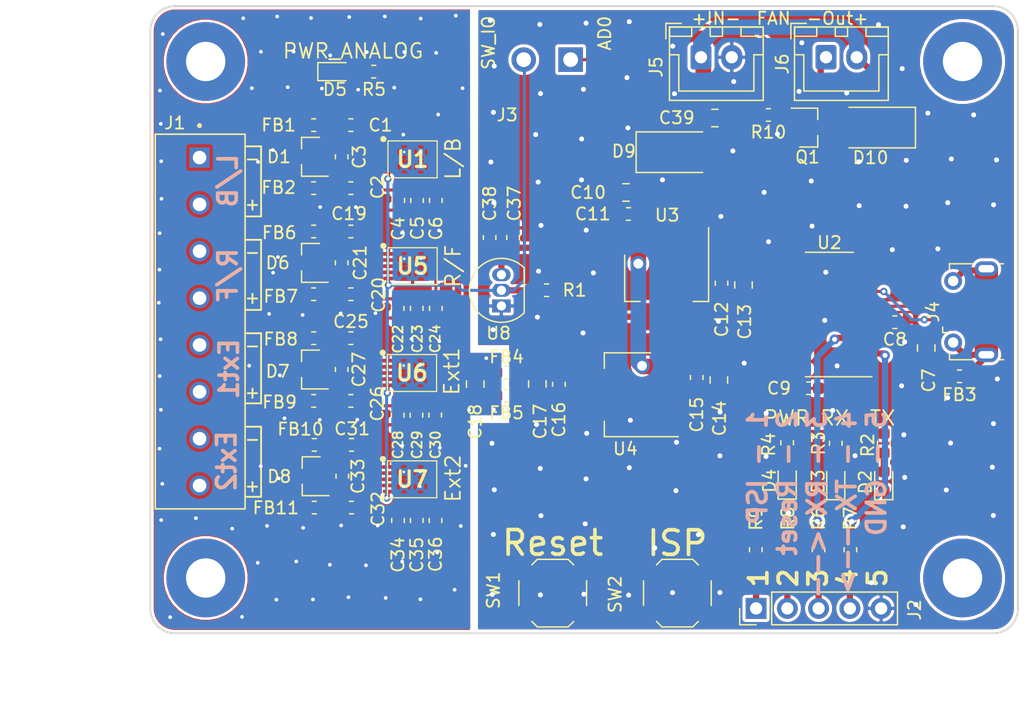
<source format=kicad_pcb>
(kicad_pcb (version 20171130) (host pcbnew "(5.1.6)-1")
  (title_block (title "T962 Upgrade") (date 2020-02-07) (rev v0.1) (company SG-O))
  (layers (0 F.Cu signal) (31 B.Cu signal) (34 B.Paste user) (35 F.Paste user) (36 B.SilkS user hide) (37 F.SilkS user) (38 B.Mask user) (39 F.Mask user) (44 Edge.Cuts user))
  (net 0 "")
  (net 1 "Net-(C1-Pad2)")
  (net 2 VDDA)
  (net 3 VSSA)
  (net 4 VSS)
  (net 5 VDD)
  (net 6 +VDC)
  (net 7 "Net-(C19-Pad2)")
  (net 8 "Net-(D4-Pad2)")
  (net 9 Earth)
  (net 10 /SW_IO)
  (net 11 "Net-(U2-Pad7)")
  (net 12 "Net-(U2-Pad8)")
  (net 13 "Net-(U2-Pad15)")
  (net 14 "Net-(C2-Pad1)")
  (net 15 "Net-(C7-Pad1)")
  (net 16 "Net-(C8-Pad1)")
  (net 17 "Net-(C16-Pad1)")
  (net 18 "Net-(C20-Pad1)")
  (net 19 "Net-(C25-Pad2)")
  (net 20 "Net-(C26-Pad1)")
  (net 21 "Net-(C31-Pad2)")
  (net 22 "Net-(C32-Pad1)")
  (net 23 "Net-(C39-Pad1)")
  (net 24 "Net-(D2-Pad2)")
  (net 25 "/USB & Buttons & LEDs/TX")
  (net 26 "Net-(D3-Pad2)")
  (net 27 "/USB & Buttons & LEDs/RX")
  (net 28 "Net-(D5-Pad2)")
  (net 29 "Net-(D10-Pad2)")
  (net 30 "/Thermocouple 1/T-")
  (net 31 "/Thermocouple 1/T+")
  (net 32 "/Thermocouple 2/T-")
  (net 33 "/Thermocouple 2/T+")
  (net 34 "/Thermocouple 3/T-")
  (net 35 "/Thermocouple 3/T+")
  (net 36 "/Thermocouple 4/T-")
  (net 37 "/Thermocouple 4/T+")
  (net 38 /AD0)
  (net 39 "Net-(J4-Pad3)")
  (net 40 "Net-(J4-Pad4)")
  (net 41 "Net-(J4-Pad2)")
  (net 42 "Net-(R6-Pad1)")
  (net 43 "Net-(R7-Pad1)")
  (net 44 "/USB & Buttons & LEDs/Reset")
  (net 45 "Net-(R8-Pad1)")
  (net 46 "Net-(R9-Pad1)")
  (net 47 "/USB & Buttons & LEDs/ISP")
  (net 48 "Net-(U1-Pad10)")
  (net 49 "Net-(U2-Pad14)")
  (net 50 "Net-(U2-Pad13)")
  (net 51 "Net-(U2-Pad12)")
  (net 52 "Net-(U2-Pad11)")
  (net 53 "Net-(U2-Pad10)")
  (net 54 "Net-(U2-Pad9)")
  (net 55 "Net-(U5-Pad10)")
  (net 56 "Net-(U6-Pad10)")
  (net 57 "Net-(U7-Pad10)")
  (module T-962_Upgrade_board:PHOENIX_1985823 (layer F.Cu) (at 136.75 81.8)
    (fp_text reference J3 (at -3.25 4.55 180) (layer F.SilkS) (effects (font (size 1.000756 1.000756))))
    (fp_text value "GPIO Screw Terminal")
    (pad 1 thru_hole circle (at -1.90556 0.050459) (size 2 2) (drill 1.2) (layers *.Cu *.Mask) (net 10 /SW_IO))
    (pad 2 thru_hole rect (at 1.90444 0.050459) (size 2 2) (drill 1.2) (layers *.Cu *.Mask) (net 38 /AD0))
  )
  (module T-962_Upgrade_board:MAX31850 (layer F.Cu) (at 125.775 115.975)
    (fp_text reference U7 (at 0 0) (layer F.SilkS) (effects (font (size 1.27 1.27) (thickness 0.254))))
    (fp_text value "MAX31850KATB+ " hide)
    (pad 11 thru_hole circle (at 0.675 -0.6) (size 0.6 0.6) (drill 0.2) (layers *.Cu *.Mask) (net 3 VSSA))
    (pad 11 thru_hole circle (at -0.675 0.6) (size 0.6 0.6) (drill 0.2) (layers *.Cu *.Mask) (net 3 VSSA))
    (pad 11 thru_hole circle (at -0.675 -0.6) (size 0.6 0.6) (drill 0.2) (layers *.Cu *.Mask) (net 3 VSSA))
    (pad 11 thru_hole circle (at 0.675 0.6) (size 0.6 0.6) (drill 0.2) (layers *.Cu *.Mask) (net 3 VSSA))
    (pad 11 smd rect (at 0 0 90) (size 2.4 2.7) (layers F.Cu F.Paste F.Mask) (net 3 VSSA))
    (pad 10 smd rect (at 1.95 -1 90) (size 0.3 0.85) (layers F.Cu F.Paste F.Mask) (net 57 "Net-(U7-Pad10)"))
    (pad 9 smd rect (at 1.95 -0.5 90) (size 0.3 0.85) (layers F.Cu F.Paste F.Mask) (net 3 VSSA))
    (pad 8 smd rect (at 1.95 0 90) (size 0.3 0.85) (layers F.Cu F.Paste F.Mask) (net 3 VSSA))
    (pad 7 smd rect (at 1.95 0.5 90) (size 0.3 0.85) (layers F.Cu F.Paste F.Mask) (net 2 VDDA))
    (pad 6 smd rect (at 1.95 1 90) (size 0.3 0.85) (layers F.Cu F.Paste F.Mask) (net 2 VDDA))
    (pad 5 smd rect (at -1.95 1 90) (size 0.3 0.85) (layers F.Cu F.Paste F.Mask) (net 10 /SW_IO))
    (pad 4 smd rect (at -1.95 0.5 90) (size 0.3 0.85) (layers F.Cu F.Paste F.Mask) (net 2 VDDA))
    (pad 3 smd rect (at -1.95 0 90) (size 0.3 0.85) (layers F.Cu F.Paste F.Mask) (net 22 "Net-(C32-Pad1)"))
    (pad 2 smd rect (at -1.95 -0.5 90) (size 0.3 0.85) (layers F.Cu F.Paste F.Mask) (net 21 "Net-(C31-Pad2)"))
    (pad 1 smd rect (at -1.95 -1 90) (size 0.3 0.85) (layers F.Cu F.Paste F.Mask) (net 3 VSSA))
  )
  (module T-962_Upgrade_board:MAX31850 (layer F.Cu) (at 125.76 107.33)
    (fp_text reference U6 (at 0 0) (layer F.SilkS) (effects (font (size 1.27 1.27) (thickness 0.254))))
    (fp_text value "MAX31850KATB+ " hide)
    (pad 11 thru_hole circle (at 0.675 -0.6) (size 0.6 0.6) (drill 0.2) (layers *.Cu *.Mask) (net 3 VSSA))
    (pad 11 thru_hole circle (at -0.675 0.6) (size 0.6 0.6) (drill 0.2) (layers *.Cu *.Mask) (net 3 VSSA))
    (pad 11 thru_hole circle (at -0.675 -0.6) (size 0.6 0.6) (drill 0.2) (layers *.Cu *.Mask) (net 3 VSSA))
    (pad 11 thru_hole circle (at 0.675 0.6) (size 0.6 0.6) (drill 0.2) (layers *.Cu *.Mask) (net 3 VSSA))
    (pad 11 smd rect (at 0 0 90) (size 2.4 2.7) (layers F.Cu F.Paste F.Mask) (net 3 VSSA))
    (pad 10 smd rect (at 1.95 -1 90) (size 0.3 0.85) (layers F.Cu F.Paste F.Mask) (net 56 "Net-(U6-Pad10)"))
    (pad 9 smd rect (at 1.95 -0.5 90) (size 0.3 0.85) (layers F.Cu F.Paste F.Mask) (net 3 VSSA))
    (pad 8 smd rect (at 1.95 0 90) (size 0.3 0.85) (layers F.Cu F.Paste F.Mask) (net 3 VSSA))
    (pad 7 smd rect (at 1.95 0.5 90) (size 0.3 0.85) (layers F.Cu F.Paste F.Mask) (net 2 VDDA))
    (pad 6 smd rect (at 1.95 1 90) (size 0.3 0.85) (layers F.Cu F.Paste F.Mask) (net 3 VSSA))
    (pad 5 smd rect (at -1.95 1 90) (size 0.3 0.85) (layers F.Cu F.Paste F.Mask) (net 10 /SW_IO))
    (pad 4 smd rect (at -1.95 0.5 90) (size 0.3 0.85) (layers F.Cu F.Paste F.Mask) (net 2 VDDA))
    (pad 3 smd rect (at -1.95 0 90) (size 0.3 0.85) (layers F.Cu F.Paste F.Mask) (net 20 "Net-(C26-Pad1)"))
    (pad 2 smd rect (at -1.95 -0.5 90) (size 0.3 0.85) (layers F.Cu F.Paste F.Mask) (net 19 "Net-(C25-Pad2)"))
    (pad 1 smd rect (at -1.95 -1 90) (size 0.3 0.85) (layers F.Cu F.Paste F.Mask) (net 3 VSSA))
  )
  (module T-962_Upgrade_board:MAX31850 (layer F.Cu) (at 125.81 98.645)
    (fp_text reference U5 (at 0 0) (layer F.SilkS) (effects (font (size 1.27 1.27) (thickness 0.254))))
    (fp_text value "MAX31850KATB+ " hide)
    (pad 11 thru_hole circle (at 0.675 -0.6) (size 0.6 0.6) (drill 0.2) (layers *.Cu *.Mask) (net 3 VSSA))
    (pad 11 thru_hole circle (at -0.675 0.6) (size 0.6 0.6) (drill 0.2) (layers *.Cu *.Mask) (net 3 VSSA))
    (pad 11 thru_hole circle (at -0.675 -0.6) (size 0.6 0.6) (drill 0.2) (layers *.Cu *.Mask) (net 3 VSSA))
    (pad 11 thru_hole circle (at 0.675 0.6) (size 0.6 0.6) (drill 0.2) (layers *.Cu *.Mask) (net 3 VSSA))
    (pad 11 smd rect (at 0 0 90) (size 2.4 2.7) (layers F.Cu F.Paste F.Mask) (net 3 VSSA))
    (pad 10 smd rect (at 1.95 -1 90) (size 0.3 0.85) (layers F.Cu F.Paste F.Mask) (net 55 "Net-(U5-Pad10)"))
    (pad 9 smd rect (at 1.95 -0.5 90) (size 0.3 0.85) (layers F.Cu F.Paste F.Mask) (net 3 VSSA))
    (pad 8 smd rect (at 1.95 0 90) (size 0.3 0.85) (layers F.Cu F.Paste F.Mask) (net 3 VSSA))
    (pad 7 smd rect (at 1.95 0.5 90) (size 0.3 0.85) (layers F.Cu F.Paste F.Mask) (net 3 VSSA))
    (pad 6 smd rect (at 1.95 1 90) (size 0.3 0.85) (layers F.Cu F.Paste F.Mask) (net 2 VDDA))
    (pad 5 smd rect (at -1.95 1 90) (size 0.3 0.85) (layers F.Cu F.Paste F.Mask) (net 10 /SW_IO))
    (pad 4 smd rect (at -1.95 0.5 90) (size 0.3 0.85) (layers F.Cu F.Paste F.Mask) (net 2 VDDA))
    (pad 3 smd rect (at -1.95 0 90) (size 0.3 0.85) (layers F.Cu F.Paste F.Mask) (net 18 "Net-(C20-Pad1)"))
    (pad 2 smd rect (at -1.95 -0.5 90) (size 0.3 0.85) (layers F.Cu F.Paste F.Mask) (net 7 "Net-(C19-Pad2)"))
    (pad 1 smd rect (at -1.95 -1 90) (size 0.3 0.85) (layers F.Cu F.Paste F.Mask) (net 3 VSSA))
  )
  (module T-962_Upgrade_board:MAX31850 (layer F.Cu) (at 125.81 89.96)
    (fp_text reference U1 (at 0 0) (layer F.SilkS) (effects (font (size 1.27 1.27) (thickness 0.254))))
    (fp_text value "MAX31850KATB+ " hide)
    (pad 11 thru_hole circle (at 0.675 -0.6) (size 0.6 0.6) (drill 0.2) (layers *.Cu *.Mask) (net 3 VSSA))
    (pad 11 thru_hole circle (at -0.675 0.6) (size 0.6 0.6) (drill 0.2) (layers *.Cu *.Mask) (net 3 VSSA))
    (pad 11 thru_hole circle (at -0.675 -0.6) (size 0.6 0.6) (drill 0.2) (layers *.Cu *.Mask) (net 3 VSSA))
    (pad 11 thru_hole circle (at 0.675 0.6) (size 0.6 0.6) (drill 0.2) (layers *.Cu *.Mask) (net 3 VSSA))
    (pad 11 smd rect (at 0 0 90) (size 2.4 2.7) (layers F.Cu F.Paste F.Mask) (net 3 VSSA))
    (pad 10 smd rect (at 1.95 -1 90) (size 0.3 0.85) (layers F.Cu F.Paste F.Mask) (net 48 "Net-(U1-Pad10)"))
    (pad 9 smd rect (at 1.95 -0.5 90) (size 0.3 0.85) (layers F.Cu F.Paste F.Mask) (net 3 VSSA))
    (pad 8 smd rect (at 1.95 0 90) (size 0.3 0.85) (layers F.Cu F.Paste F.Mask) (net 3 VSSA))
    (pad 7 smd rect (at 1.95 0.5 90) (size 0.3 0.85) (layers F.Cu F.Paste F.Mask) (net 3 VSSA))
    (pad 6 smd rect (at 1.95 1 90) (size 0.3 0.85) (layers F.Cu F.Paste F.Mask) (net 3 VSSA))
    (pad 5 smd rect (at -1.95 1 90) (size 0.3 0.85) (layers F.Cu F.Paste F.Mask) (net 10 /SW_IO))
    (pad 4 smd rect (at -1.95 0.5 90) (size 0.3 0.85) (layers F.Cu F.Paste F.Mask) (net 2 VDDA))
    (pad 3 smd rect (at -1.95 0 90) (size 0.3 0.85) (layers F.Cu F.Paste F.Mask) (net 14 "Net-(C2-Pad1)"))
    (pad 2 smd rect (at -1.95 -0.5 90) (size 0.3 0.85) (layers F.Cu F.Paste F.Mask) (net 1 "Net-(C1-Pad2)"))
    (pad 1 smd rect (at -1.95 -1 90) (size 0.3 0.85) (layers F.Cu F.Paste F.Mask) (net 3 VSSA))
  )
  (module Inductor_SMD:L_0603_1608Metric (layer F.Cu) (at 117.775 92.3 180)
    (fp_text reference FB2 (at 2.85 0.05) (layer F.SilkS))
    (fp_text value BLM18PG121SN1D)
    (pad 2 smd roundrect (at 0.7875 0 180) (size 0.875 0.95) (layers F.Cu F.Paste F.Mask) (net 31 "/Thermocouple 1/T+"))
    (pad 1 smd roundrect (at -0.7875 0 180) (size 0.875 0.95) (layers F.Cu F.Paste F.Mask) (net 14 "Net-(C2-Pad1)"))
  )
  (module Button_Switch_SMD:SW_SPST_TL3342 (layer F.Cu) (at 147.328 125.234)
    (fp_text reference SW2 (at -5.053 0.091 90) (layer F.SilkS))
    (fp_text value Boot)
    (pad 2 smd rect (at 3.15 1.9) (size 1.7 1) (layers F.Cu F.Paste F.Mask) (net 4 VSS))
    (pad 2 smd rect (at -3.15 1.9) (size 1.7 1) (layers F.Cu F.Paste F.Mask) (net 4 VSS))
    (pad 1 smd rect (at 3.15 -1.9) (size 1.7 1) (layers F.Cu F.Paste F.Mask) (net 46 "Net-(R9-Pad1)"))
    (pad 1 smd rect (at -3.15 -1.9) (size 1.7 1) (layers F.Cu F.Paste F.Mask) (net 46 "Net-(R9-Pad1)"))
  )
  (module Button_Switch_SMD:SW_SPST_TL3342 (layer F.Cu) (at 137.2 125.234)
    (fp_text reference SW1 (at -4.818 -0.234 90) (layer F.SilkS))
    (fp_text value Boot)
    (pad 2 smd rect (at 3.15 1.9) (size 1.7 1) (layers F.Cu F.Paste F.Mask) (net 4 VSS))
    (pad 2 smd rect (at -3.15 1.9) (size 1.7 1) (layers F.Cu F.Paste F.Mask) (net 4 VSS))
    (pad 1 smd rect (at 3.15 -1.9) (size 1.7 1) (layers F.Cu F.Paste F.Mask) (net 45 "Net-(R8-Pad1)"))
    (pad 1 smd rect (at -3.15 -1.9) (size 1.7 1) (layers F.Cu F.Paste F.Mask) (net 45 "Net-(R8-Pad1)"))
  )
  (module Capacitor_SMD:C_0603_1608Metric (layer F.Cu) (at 148.9 107.7 270)
    (fp_text reference C15 (at 3.0225 0 90) (layer F.SilkS))
    (fp_text value 0.1uF)
    (pad 2 smd roundrect (at 0.7875 0 270) (size 0.875 0.95) (layers F.Cu F.Paste F.Mask) (net 4 VSS))
    (pad 1 smd roundrect (at -0.7875 0 270) (size 0.875 0.95) (layers F.Cu F.Paste F.Mask) (net 6 +VDC))
  )
  (module Capacitor_SMD:C_0805_2012Metric (layer F.Cu) (at 167.55 105.3 270)
    (fp_text reference C7 (at 2.6375 -0.2 90) (layer F.SilkS))
    (fp_text value 10uF)
    (pad 2 smd roundrect (at 0.9375 0 270) (size 0.975 1.4) (layers F.Cu F.Paste F.Mask) (net 4 VSS))
    (pad 1 smd roundrect (at -0.9375 0 270) (size 0.975 1.4) (layers F.Cu F.Paste F.Mask) (net 15 "Net-(C7-Pad1)"))
  )
  (module Connector_PinHeader_2.54mm:PinHeader_1x05_P2.54mm_Vertical (layer F.Cu) (at 153.725 126.475 90)
    (fp_text reference J2 (at -0.125 12.875 90) (layer F.SilkS))
    (fp_text value "2,54mm Pin Header")
    (pad 5 thru_hole oval (at 0 10.16 90) (size 1.7 1.7) (drill 1) (layers *.Cu *.Mask) (net 4 VSS))
    (pad 4 thru_hole oval (at 0 7.62 90) (size 1.7 1.7) (drill 1) (layers *.Cu *.Mask) (net 25 "/USB & Buttons & LEDs/TX"))
    (pad 3 thru_hole oval (at 0 5.08 90) (size 1.7 1.7) (drill 1) (layers *.Cu *.Mask) (net 27 "/USB & Buttons & LEDs/RX"))
    (pad 2 thru_hole oval (at 0 2.54 90) (size 1.7 1.7) (drill 1) (layers *.Cu *.Mask) (net 44 "/USB & Buttons & LEDs/Reset"))
    (pad 1 thru_hole rect (at 0 0 90) (size 1.7 1.7) (drill 1) (layers *.Cu *.Mask) (net 47 "/USB & Buttons & LEDs/ISP"))
  )
  (module MountingHole:MountingHole_3.2mm_M3_Pad (layer F.Cu) (at 109 82)
    (fp_text reference H1 hide)
    (fp_text value MountingHole)
    (pad 1 thru_hole circle (at 0 0) (size 6.4 6.4) (drill 3.2) (layers *.Cu *.Mask))
  )
  (module MountingHole:MountingHole_3.2mm_M3_Pad (layer F.Cu) (at 170.5 124)
    (fp_text reference H4 hide)
    (fp_text value MountingHole)
    (pad 1 thru_hole circle (at 0 0) (size 6.4 6.4) (drill 3.2) (layers *.Cu *.Mask))
  )
  (module MountingHole:MountingHole_3.2mm_M3_Pad (layer F.Cu) (at 109 124)
    (fp_text reference H3 hide)
    (fp_text value MountingHole)
    (pad 1 thru_hole circle (at 0 0) (size 6.4 6.4) (drill 3.2) (layers *.Cu *.Mask))
  )
  (module MountingHole:MountingHole_3.2mm_M3_Pad (layer F.Cu) (at 170.5 82)
    (fp_text reference H2 hide)
    (fp_text value MountingHole)
    (pad 1 thru_hole circle (at 0 0) (size 6.4 6.4) (drill 3.2) (layers *.Cu *.Mask))
  )
  (module T-962_Upgrade_board:USB_Micro-B_Molex-105017-0001 (layer F.Cu) (at 171.2 102.35 90)
    (fp_text reference J4 (at 0 -3.1125 90) (layer F.SilkS))
    (fp_text value USB_B_Micro)
    (pad 6 smd rect (at -2.9 1.2375 90) (size 1.2 1.9) (layers F.Cu F.Mask) (net 9 Earth))
    (pad 6 smd rect (at 2.9 1.2375 90) (size 1.2 1.9) (layers F.Cu F.Mask) (net 9 Earth))
    (pad 6 thru_hole oval (at 3.5 1.2375 90) (size 1.2 1.9) (drill oval 0.6 1.3) (layers *.Cu *.Mask) (net 9 Earth))
    (pad 6 thru_hole oval (at -3.5 1.2375 270) (size 1.2 1.9) (drill oval 0.6 1.3) (layers *.Cu *.Mask) (net 9 Earth))
    (pad 6 smd rect (at -1 1.2375 90) (size 1.5 1.9) (layers F.Cu F.Paste F.Mask) (net 9 Earth))
    (pad 6 thru_hole circle (at 2.5 -1.4625 90) (size 1.45 1.45) (drill 0.85) (layers *.Cu *.Mask) (net 9 Earth))
    (pad 3 smd rect (at 0 -1.4625 90) (size 0.4 1.35) (layers F.Cu F.Paste F.Mask) (net 39 "Net-(J4-Pad3)"))
    (pad 4 smd rect (at 0.65 -1.4625 90) (size 0.4 1.35) (layers F.Cu F.Paste F.Mask) (net 40 "Net-(J4-Pad4)"))
    (pad 5 smd rect (at 1.3 -1.4625 90) (size 0.4 1.35) (layers F.Cu F.Paste F.Mask) (net 4 VSS))
    (pad 1 smd rect (at -1.3 -1.4625 90) (size 0.4 1.35) (layers F.Cu F.Paste F.Mask) (net 15 "Net-(C7-Pad1)"))
    (pad 2 smd rect (at -0.65 -1.4625 90) (size 0.4 1.35) (layers F.Cu F.Paste F.Mask) (net 41 "Net-(J4-Pad2)"))
    (pad 6 thru_hole circle (at -2.5 -1.4625 90) (size 1.45 1.45) (drill 0.85) (layers *.Cu *.Mask) (net 9 Earth))
    (pad 6 smd rect (at 1 1.2375 90) (size 1.5 1.9) (layers F.Cu F.Paste F.Mask) (net 9 Earth))
  )
  (module Capacitor_SMD:C_0805_2012Metric (layer F.Cu) (at 150.375 86.6)
    (fp_text reference C39 (at -3.1 -0.025) (layer F.SilkS))
    (fp_text value 10uF)
    (pad 2 smd roundrect (at 0.9375 0) (size 0.975 1.4) (layers F.Cu F.Paste F.Mask) (net 4 VSS))
    (pad 1 smd roundrect (at -0.9375 0) (size 0.975 1.4) (layers F.Cu F.Paste F.Mask) (net 23 "Net-(C39-Pad1)"))
  )
  (module Capacitor_SMD:C_0603_1608Metric (layer F.Cu) (at 132.07 96.32 90)
    (fp_text reference C38 (at 2.77 0.005 90) (layer F.SilkS))
    (fp_text value 1uF)
    (pad 2 smd roundrect (at 0.7875 0 90) (size 0.875 0.95) (layers F.Cu F.Paste F.Mask) (net 4 VSS))
    (pad 1 smd roundrect (at -0.7875 0 90) (size 0.875 0.95) (layers F.Cu F.Paste F.Mask) (net 5 VDD))
  )
  (module Capacitor_SMD:C_0603_1608Metric (layer F.Cu) (at 127.675 119.325 270)
    (fp_text reference C36 (at 2.75 0 90) (layer F.SilkS))
    (fp_text value 1uF)
    (pad 2 smd roundrect (at 0.7875 0 270) (size 0.875 0.95) (layers F.Cu F.Paste F.Mask) (net 3 VSSA))
    (pad 1 smd roundrect (at -0.7875 0 270) (size 0.875 0.95) (layers F.Cu F.Paste F.Mask) (net 2 VDDA))
  )
  (module Capacitor_SMD:C_0603_1608Metric (layer F.Cu) (at 127.65 110.75 270)
    (fp_text reference C30 (at 2.425 -0.025 90) (layer F.SilkS) (effects (font (size 0.8 0.8))))
    (fp_text value 1uF)
    (pad 2 smd roundrect (at 0.7875 0 270) (size 0.875 0.95) (layers F.Cu F.Paste F.Mask) (net 3 VSSA))
    (pad 1 smd roundrect (at -0.7875 0 270) (size 0.875 0.95) (layers F.Cu F.Paste F.Mask) (net 2 VDDA))
  )
  (module Capacitor_SMD:C_0603_1608Metric (layer F.Cu) (at 127.7 102.075 270)
    (fp_text reference C24 (at 2.475 0.05 90) (layer F.SilkS) (effects (font (size 0.8 0.8))))
    (fp_text value 1uF)
    (pad 2 smd roundrect (at 0.7875 0 270) (size 0.875 0.95) (layers F.Cu F.Paste F.Mask) (net 3 VSSA))
    (pad 1 smd roundrect (at -0.7875 0 270) (size 0.875 0.95) (layers F.Cu F.Paste F.Mask) (net 2 VDDA))
  )
  (module Capacitor_SMD:C_0805_2012Metric (layer F.Cu) (at 130.9 108.23 270)
    (fp_text reference C18 (at 3.07 0.002 90) (layer F.SilkS))
    (fp_text value 10uF)
    (pad 2 smd roundrect (at 0.9375 0 270) (size 0.975 1.4) (layers F.Cu F.Paste F.Mask) (net 3 VSSA))
    (pad 1 smd roundrect (at -0.9375 0 270) (size 0.975 1.4) (layers F.Cu F.Paste F.Mask) (net 2 VDDA))
  )
  (module Capacitor_SMD:C_0805_2012Metric (layer F.Cu) (at 135.95 108.225 270)
    (fp_text reference C17 (at 3.05 -0.225 90) (layer F.SilkS))
    (fp_text value 10uF)
    (pad 2 smd roundrect (at 0.9375 0 270) (size 0.975 1.4) (layers F.Cu F.Paste F.Mask) (net 4 VSS))
    (pad 1 smd roundrect (at -0.9375 0 270) (size 0.975 1.4) (layers F.Cu F.Paste F.Mask) (net 17 "Net-(C16-Pad1)"))
  )
  (module Capacitor_SMD:C_0603_1608Metric (layer F.Cu) (at 137.7 108.25 270)
    (fp_text reference C16 (at 2.875 0 90) (layer F.SilkS))
    (fp_text value 1uF)
    (pad 2 smd roundrect (at 0.7875 0 270) (size 0.875 0.95) (layers F.Cu F.Paste F.Mask) (net 4 VSS))
    (pad 1 smd roundrect (at -0.7875 0 270) (size 0.875 0.95) (layers F.Cu F.Paste F.Mask) (net 17 "Net-(C16-Pad1)"))
  )
  (module Capacitor_SMD:C_0805_2012Metric (layer F.Cu) (at 150.7 107.9 270)
    (fp_text reference C14 (at 3.125 -0.05 90) (layer F.SilkS))
    (fp_text value 10uF)
    (pad 2 smd roundrect (at 0.9375 0 270) (size 0.975 1.4) (layers F.Cu F.Paste F.Mask) (net 4 VSS))
    (pad 1 smd roundrect (at -0.9375 0 270) (size 0.975 1.4) (layers F.Cu F.Paste F.Mask) (net 6 +VDC))
  )
  (module Capacitor_SMD:C_0805_2012Metric (layer F.Cu) (at 152.7 100.175 270)
    (fp_text reference C13 (at 2.992 -0.095 90) (layer F.SilkS))
    (fp_text value 10uF)
    (pad 2 smd roundrect (at 0.9375 0 270) (size 0.975 1.4) (layers F.Cu F.Paste F.Mask) (net 4 VSS))
    (pad 1 smd roundrect (at -0.9375 0 270) (size 0.975 1.4) (layers F.Cu F.Paste F.Mask) (net 5 VDD))
  )
  (module Capacitor_SMD:C_0603_1608Metric (layer F.Cu) (at 150.915 100.033 270)
    (fp_text reference C12 (at 2.942 -0.01 90) (layer F.SilkS))
    (fp_text value 1uF)
    (pad 2 smd roundrect (at 0.7875 0 270) (size 0.875 0.95) (layers F.Cu F.Paste F.Mask) (net 4 VSS))
    (pad 1 smd roundrect (at -0.7875 0 270) (size 0.875 0.95) (layers F.Cu F.Paste F.Mask) (net 5 VDD))
  )
  (module Capacitor_SMD:C_0805_2012Metric (layer F.Cu) (at 143.15 92.65 180)
    (fp_text reference C10 (at 3.075 0) (layer F.SilkS))
    (fp_text value 10uF)
    (pad 2 smd roundrect (at 0.9375 0 180) (size 0.975 1.4) (layers F.Cu F.Paste F.Mask) (net 4 VSS))
    (pad 1 smd roundrect (at -0.9375 0 180) (size 0.975 1.4) (layers F.Cu F.Paste F.Mask) (net 6 +VDC))
  )
  (module Capacitor_SMD:C_0603_1608Metric (layer F.Cu) (at 127.7 93.3 270)
    (fp_text reference C6 (at 2.275 0 90) (layer F.SilkS))
    (fp_text value 1uF)
    (pad 2 smd roundrect (at 0.7875 0 270) (size 0.875 0.95) (layers F.Cu F.Paste F.Mask) (net 3 VSSA))
    (pad 1 smd roundrect (at -0.7875 0 270) (size 0.875 0.95) (layers F.Cu F.Paste F.Mask) (net 2 VDDA))
  )
  (module Package_TO_SOT_SMD:SOT-223-3_TabPin2 (layer F.Cu) (at 143.3 109.1 180)
    (fp_text reference U4 (at 0.2 -4.4) (layer F.SilkS))
    (fp_text value LM1117-3.3)
    (pad 1 smd rect (at -3.15 -2.3 180) (size 2 1.5) (layers F.Cu F.Paste F.Mask) (net 4 VSS))
    (pad 3 smd rect (at -3.15 2.3 180) (size 2 1.5) (layers F.Cu F.Paste F.Mask) (net 6 +VDC))
    (pad 2 smd rect (at -3.15 0 180) (size 2 1.5) (layers F.Cu F.Paste F.Mask) (net 17 "Net-(C16-Pad1)"))
    (pad 2 smd rect (at 3.15 0 180) (size 2 3.8) (layers F.Cu F.Paste F.Mask) (net 17 "Net-(C16-Pad1)"))
  )
  (module Package_TO_SOT_SMD:SOT-223-3_TabPin2 (layer F.Cu) (at 146.455 99.605 270)
    (fp_text reference U3 (at -5.105 -0.045 180) (layer F.SilkS))
    (fp_text value LM1117-3.3)
    (pad 1 smd rect (at -3.15 -2.3 270) (size 2 1.5) (layers F.Cu F.Paste F.Mask) (net 4 VSS))
    (pad 3 smd rect (at -3.15 2.3 270) (size 2 1.5) (layers F.Cu F.Paste F.Mask) (net 6 +VDC))
    (pad 2 smd rect (at -3.15 0 270) (size 2 1.5) (layers F.Cu F.Paste F.Mask) (net 5 VDD))
    (pad 2 smd rect (at 3.15 0 270) (size 2 3.8) (layers F.Cu F.Paste F.Mask) (net 5 VDD))
  )
  (module T-962_Upgrade_board:PHOENIX_1727078 (layer F.Cu) (at 108.5 103.147 270)
    (fp_text reference J1 (at -16.147 2 180) (layer F.SilkS))
    (fp_text value "Thermalcouple Screw Terminal")
    (pad 2 thru_hole circle (at -9.525 0 270) (size 1.65 1.65) (drill 1.1) (layers *.Cu *.Mask) (net 31 "/Thermocouple 1/T+"))
    (pad 1 thru_hole rect (at -13.335 0 270) (size 1.65 1.65) (drill 1.1) (layers *.Cu *.Mask) (net 30 "/Thermocouple 1/T-"))
    (pad 3 thru_hole circle (at -5.715 0 270) (size 1.65 1.65) (drill 1.1) (layers *.Cu *.Mask) (net 32 "/Thermocouple 2/T-"))
    (pad 4 thru_hole circle (at -1.905 0 270) (size 1.65 1.65) (drill 1.1) (layers *.Cu *.Mask) (net 33 "/Thermocouple 2/T+"))
    (pad 5 thru_hole circle (at 1.905 0 270) (size 1.65 1.65) (drill 1.1) (layers *.Cu *.Mask) (net 34 "/Thermocouple 3/T-"))
    (pad 6 thru_hole circle (at 5.715 0 270) (size 1.65 1.65) (drill 1.1) (layers *.Cu *.Mask) (net 35 "/Thermocouple 3/T+"))
    (pad 7 thru_hole circle (at 9.525 0 270) (size 1.65 1.65) (drill 1.1) (layers *.Cu *.Mask) (net 36 "/Thermocouple 4/T-"))
    (pad 8 thru_hole circle (at 13.335 0 270) (size 1.65 1.65) (drill 1.1) (layers *.Cu *.Mask) (net 37 "/Thermocouple 4/T+"))
  )
  (module Resistor_SMD:R_0603_1608Metric (layer F.Cu) (at 122.65 82.825 180)
    (fp_text reference R5 (at -0.025 -1.45) (layer F.SilkS))
    (fp_text value 10K)
    (pad 2 smd roundrect (at 0.7875 0 180) (size 0.875 0.95) (layers F.Cu F.Paste F.Mask) (net 28 "Net-(D5-Pad2)"))
    (pad 1 smd roundrect (at -0.7875 0 180) (size 0.875 0.95) (layers F.Cu F.Paste F.Mask) (net 2 VDDA))
  )
  (module Resistor_SMD:R_0603_1608Metric (layer F.Cu) (at 156.25 113 270)
    (fp_text reference R4 (at 0.15 1.5 90) (layer F.SilkS))
    (fp_text value 10K)
    (pad 2 smd roundrect (at 0.7875 0 270) (size 0.875 0.95) (layers F.Cu F.Paste F.Mask) (net 8 "Net-(D4-Pad2)"))
    (pad 1 smd roundrect (at -0.7875 0 270) (size 0.875 0.95) (layers F.Cu F.Paste F.Mask) (net 5 VDD))
  )
  (module Resistor_SMD:R_0603_1608Metric (layer F.Cu) (at 160.2 113.05 270)
    (fp_text reference R3 (at 0 1.4 90) (layer F.SilkS))
    (fp_text value 10K)
    (pad 2 smd roundrect (at 0.7875 0 270) (size 0.875 0.95) (layers F.Cu F.Paste F.Mask) (net 26 "Net-(D3-Pad2)"))
    (pad 1 smd roundrect (at -0.7875 0 270) (size 0.875 0.95) (layers F.Cu F.Paste F.Mask) (net 5 VDD))
  )
  (module Resistor_SMD:R_0603_1608Metric (layer F.Cu) (at 164.1 113.05 270)
    (fp_text reference R2 (at 0.15 1.3 90) (layer F.SilkS))
    (fp_text value 10K)
    (pad 2 smd roundrect (at 0.7875 0 270) (size 0.875 0.95) (layers F.Cu F.Paste F.Mask) (net 24 "Net-(D2-Pad2)"))
    (pad 1 smd roundrect (at -0.7875 0 270) (size 0.875 0.95) (layers F.Cu F.Paste F.Mask) (net 5 VDD))
  )
  (module Package_TO_SOT_SMD:SOT-23 (layer F.Cu) (at 117.6 115.725 180)
    (fp_text reference D8 (at 2.625 -0.025) (layer F.SilkS))
    (fp_text value NUP2105L)
    (pad 3 smd rect (at 1 0 180) (size 0.9 0.8) (layers F.Cu F.Paste F.Mask) (net 3 VSSA))
    (pad 2 smd rect (at -1 0.95 180) (size 0.9 0.8) (layers F.Cu F.Paste F.Mask) (net 21 "Net-(C31-Pad2)"))
    (pad 1 smd rect (at -1 -0.95 180) (size 0.9 0.8) (layers F.Cu F.Paste F.Mask) (net 22 "Net-(C32-Pad1)"))
  )
  (module Package_TO_SOT_SMD:SOT-23 (layer F.Cu) (at 117.55 107.05 180)
    (fp_text reference D7 (at 2.7 -0.15) (layer F.SilkS))
    (fp_text value NUP2105L)
    (pad 3 smd rect (at 1 0 180) (size 0.9 0.8) (layers F.Cu F.Paste F.Mask) (net 3 VSSA))
    (pad 2 smd rect (at -1 0.95 180) (size 0.9 0.8) (layers F.Cu F.Paste F.Mask) (net 19 "Net-(C25-Pad2)"))
    (pad 1 smd rect (at -1 -0.95 180) (size 0.9 0.8) (layers F.Cu F.Paste F.Mask) (net 20 "Net-(C26-Pad1)"))
  )
  (module Package_TO_SOT_SMD:SOT-23 (layer F.Cu) (at 117.55 98.375 180)
    (fp_text reference D6 (at 2.7 0) (layer F.SilkS))
    (fp_text value NUP2105L)
    (pad 3 smd rect (at 1 0 180) (size 0.9 0.8) (layers F.Cu F.Paste F.Mask) (net 3 VSSA))
    (pad 2 smd rect (at -1 0.95 180) (size 0.9 0.8) (layers F.Cu F.Paste F.Mask) (net 7 "Net-(C19-Pad2)"))
    (pad 1 smd rect (at -1 -0.95 180) (size 0.9 0.8) (layers F.Cu F.Paste F.Mask) (net 18 "Net-(C20-Pad1)"))
  )
  (module LED_SMD:LED_0603_1608Metric (layer F.Cu) (at 119.6 82.825)
    (fp_text reference D5 (at -0.1 1.45) (layer F.SilkS))
    (fp_text value LED)
    (pad 2 smd roundrect (at 0.7875 0) (size 0.875 0.95) (layers F.Cu F.Paste F.Mask) (net 28 "Net-(D5-Pad2)"))
    (pad 1 smd roundrect (at -0.7875 0) (size 0.875 0.95) (layers F.Cu F.Paste F.Mask) (net 3 VSSA))
  )
  (module LED_SMD:LED_0603_1608Metric (layer F.Cu) (at 156.25 116.1 90)
    (fp_text reference D4 (at 0 -1.43 90) (layer F.SilkS))
    (fp_text value LED)
    (pad 2 smd roundrect (at 0.7875 0 90) (size 0.875 0.95) (layers F.Cu F.Paste F.Mask) (net 8 "Net-(D4-Pad2)"))
    (pad 1 smd roundrect (at -0.7875 0 90) (size 0.875 0.95) (layers F.Cu F.Paste F.Mask) (net 4 VSS))
  )
  (module LED_SMD:LED_0603_1608Metric (layer F.Cu) (at 160.2 116.15 90)
    (fp_text reference D3 (at 0 -1.43 90) (layer F.SilkS))
    (fp_text value LED)
    (pad 2 smd roundrect (at 0.7875 0 90) (size 0.875 0.95) (layers F.Cu F.Paste F.Mask) (net 26 "Net-(D3-Pad2)"))
    (pad 1 smd roundrect (at -0.7875 0 90) (size 0.875 0.95) (layers F.Cu F.Paste F.Mask) (net 27 "/USB & Buttons & LEDs/RX"))
  )
  (module LED_SMD:LED_0603_1608Metric (layer F.Cu) (at 164.1 116.15 90)
    (fp_text reference D2 (at -0.05 -1.5 90) (layer F.SilkS))
    (fp_text value LED)
    (pad 2 smd roundrect (at 0.7875 0 90) (size 0.875 0.95) (layers F.Cu F.Paste F.Mask) (net 24 "Net-(D2-Pad2)"))
    (pad 1 smd roundrect (at -0.7875 0 90) (size 0.875 0.95) (layers F.Cu F.Paste F.Mask) (net 25 "/USB & Buttons & LEDs/TX"))
  )
  (module Package_TO_SOT_SMD:SOT-23 (layer F.Cu) (at 117.55 89.75 180)
    (fp_text reference D1 (at 2.6 0) (layer F.SilkS))
    (fp_text value NUP2105L)
    (pad 3 smd rect (at 1 0 180) (size 0.9 0.8) (layers F.Cu F.Paste F.Mask) (net 3 VSSA))
    (pad 2 smd rect (at -1 0.95 180) (size 0.9 0.8) (layers F.Cu F.Paste F.Mask) (net 1 "Net-(C1-Pad2)"))
    (pad 1 smd rect (at -1 -0.95 180) (size 0.9 0.8) (layers F.Cu F.Paste F.Mask) (net 14 "Net-(C2-Pad1)"))
  )
  (module Capacitor_SMD:C_0603_1608Metric (layer F.Cu) (at 120.85 118.275)
    (fp_text reference C32 (at 2.15 0.125 270) (layer F.SilkS))
    (fp_text value DNP)
    (pad 2 smd roundrect (at 0.7875 0) (size 0.875 0.95) (layers F.Cu F.Paste F.Mask) (net 3 VSSA))
    (pad 1 smd roundrect (at -0.7875 0) (size 0.875 0.95) (layers F.Cu F.Paste F.Mask) (net 22 "Net-(C32-Pad1)"))
  )
  (module Capacitor_SMD:C_0603_1608Metric (layer F.Cu) (at 120.85 113.175 180)
    (fp_text reference C31 (at -0.05 1.3 180) (layer F.SilkS))
    (fp_text value DNP)
    (pad 2 smd roundrect (at 0.7875 0 180) (size 0.875 0.95) (layers F.Cu F.Paste F.Mask) (net 21 "Net-(C31-Pad2)"))
    (pad 1 smd roundrect (at -0.7875 0 180) (size 0.875 0.95) (layers F.Cu F.Paste F.Mask) (net 3 VSSA))
  )
  (module Capacitor_SMD:C_0603_1608Metric (layer F.Cu) (at 120.8 109.6)
    (fp_text reference C26 (at 2.15 0.225 90) (layer F.SilkS))
    (fp_text value DNP)
    (pad 2 smd roundrect (at 0.7875 0) (size 0.875 0.95) (layers F.Cu F.Paste F.Mask) (net 3 VSSA))
    (pad 1 smd roundrect (at -0.7875 0) (size 0.875 0.95) (layers F.Cu F.Paste F.Mask) (net 20 "Net-(C26-Pad1)"))
  )
  (module Capacitor_SMD:C_0603_1608Metric (layer F.Cu) (at 120.8 104.5 180)
    (fp_text reference C25 (at 0 1.35) (layer F.SilkS))
    (fp_text value DNP)
    (pad 2 smd roundrect (at 0.7875 0 180) (size 0.875 0.95) (layers F.Cu F.Paste F.Mask) (net 19 "Net-(C25-Pad2)"))
    (pad 1 smd roundrect (at -0.7875 0 180) (size 0.875 0.95) (layers F.Cu F.Paste F.Mask) (net 3 VSSA))
  )
  (module Capacitor_SMD:C_0603_1608Metric (layer F.Cu) (at 120.8 100.925)
    (fp_text reference C20 (at 2.25 0.05 90) (layer F.SilkS))
    (fp_text value DNP)
    (pad 2 smd roundrect (at 0.7875 0) (size 0.875 0.95) (layers F.Cu F.Paste F.Mask) (net 3 VSSA))
    (pad 1 smd roundrect (at -0.7875 0) (size 0.875 0.95) (layers F.Cu F.Paste F.Mask) (net 18 "Net-(C20-Pad1)"))
  )
  (module Capacitor_SMD:C_0603_1608Metric (layer F.Cu) (at 120.8 95.825 180)
    (fp_text reference C19 (at 0.15 1.45) (layer F.SilkS))
    (fp_text value DNP)
    (pad 2 smd roundrect (at 0.7875 0 180) (size 0.875 0.95) (layers F.Cu F.Paste F.Mask) (net 7 "Net-(C19-Pad2)"))
    (pad 1 smd roundrect (at -0.7875 0 180) (size 0.875 0.95) (layers F.Cu F.Paste F.Mask) (net 3 VSSA))
  )
  (module Capacitor_SMD:C_0603_1608Metric (layer F.Cu) (at 120.8 92.3)
    (fp_text reference C2 (at 2.175 -0.075 90) (layer F.SilkS))
    (fp_text value DNP)
    (pad 2 smd roundrect (at 0.7875 0) (size 0.875 0.95) (layers F.Cu F.Paste F.Mask) (net 3 VSSA))
    (pad 1 smd roundrect (at -0.7875 0) (size 0.875 0.95) (layers F.Cu F.Paste F.Mask) (net 14 "Net-(C2-Pad1)"))
  )
  (module Capacitor_SMD:C_0603_1608Metric (layer F.Cu) (at 120.8 87.175 180)
    (fp_text reference C1 (at -2.4 0) (layer F.SilkS))
    (fp_text value DNP)
    (pad 2 smd roundrect (at 0.7875 0 180) (size 0.875 0.95) (layers F.Cu F.Paste F.Mask) (net 1 "Net-(C1-Pad2)"))
    (pad 1 smd roundrect (at -0.7875 0 180) (size 0.875 0.95) (layers F.Cu F.Paste F.Mask) (net 3 VSSA))
  )
  (module Resistor_SMD:R_0603_1608Metric (layer F.Cu) (at 161.385 121.7 270)
    (fp_text reference R7 (at -2.54 0 270) (layer F.SilkS))
    (fp_text value 470R)
    (pad 1 smd roundrect (at -0.7875 0 270) (size 0.875 0.95) (layers F.Cu F.Paste F.Mask) (net 43 "Net-(R7-Pad1)"))
    (pad 2 smd roundrect (at 0.7875 0 270) (size 0.875 0.95) (layers F.Cu F.Paste F.Mask) (net 25 "/USB & Buttons & LEDs/TX"))
  )
  (module Capacitor_SMD:C_0603_1608Metric (layer F.Cu) (at 120.05 89.75 270)
    (fp_text reference C3 (at 0.01 -1.425 90) (layer F.SilkS))
    (fp_text value 0.01uF)
    (pad 2 smd roundrect (at 0.7875 0 270) (size 0.875 0.95) (layers F.Cu F.Paste F.Mask) (net 14 "Net-(C2-Pad1)"))
    (pad 1 smd roundrect (at -0.7875 0 270) (size 0.875 0.95) (layers F.Cu F.Paste F.Mask) (net 1 "Net-(C1-Pad2)"))
  )
  (module Capacitor_SMD:C_0603_1608Metric (layer F.Cu) (at 124.65 93.3 270)
    (fp_text reference C4 (at 2.3 0 270) (layer F.SilkS))
    (fp_text value 0.01uF)
    (pad 1 smd roundrect (at -0.7875 0 270) (size 0.875 0.95) (layers F.Cu F.Paste F.Mask) (net 2 VDDA))
    (pad 2 smd roundrect (at 0.7875 0 270) (size 0.875 0.95) (layers F.Cu F.Paste F.Mask) (net 3 VSSA))
  )
  (module Capacitor_SMD:C_0603_1608Metric (layer F.Cu) (at 126.175 93.3 270)
    (fp_text reference C5 (at 2.25 -0.025 270) (layer F.SilkS))
    (fp_text value 0.1uF)
    (pad 1 smd roundrect (at -0.7875 0 270) (size 0.875 0.95) (layers F.Cu F.Paste F.Mask) (net 2 VDDA))
    (pad 2 smd roundrect (at 0.7875 0 270) (size 0.875 0.95) (layers F.Cu F.Paste F.Mask) (net 3 VSSA))
  )
  (module Capacitor_SMD:C_0603_1608Metric (layer F.Cu) (at 165 103.2)
    (fp_text reference C8 (at 0 1.4) (layer F.SilkS))
    (fp_text value 0.1uF)
    (pad 2 smd roundrect (at 0.7875 0) (size 0.875 0.95) (layers F.Cu F.Paste F.Mask) (net 4 VSS))
    (pad 1 smd roundrect (at -0.7875 0) (size 0.875 0.95) (layers F.Cu F.Paste F.Mask) (net 16 "Net-(C8-Pad1)"))
  )
  (module Capacitor_SMD:C_0603_1608Metric (layer F.Cu) (at 158 108.575)
    (fp_text reference C9 (at -2.413 0) (layer F.SilkS))
    (fp_text value 0.1uF)
    (pad 1 smd roundrect (at -0.7875 0) (size 0.875 0.95) (layers F.Cu F.Paste F.Mask) (net 5 VDD))
    (pad 2 smd roundrect (at 0.7875 0) (size 0.875 0.95) (layers F.Cu F.Paste F.Mask) (net 4 VSS))
  )
  (module Capacitor_SMD:C_0603_1608Metric (layer F.Cu) (at 143.35 94.4 180)
    (fp_text reference C11 (at 2.8955 0) (layer F.SilkS))
    (fp_text value 0.1uF)
    (pad 1 smd roundrect (at -0.7875 0 180) (size 0.875 0.95) (layers F.Cu F.Paste F.Mask) (net 6 +VDC))
    (pad 2 smd roundrect (at 0.7875 0 180) (size 0.875 0.95) (layers F.Cu F.Paste F.Mask) (net 4 VSS))
  )
  (module Capacitor_SMD:C_0603_1608Metric (layer F.Cu) (at 120.05 98.375 270)
    (fp_text reference C21 (at 0 -1.5 90) (layer F.SilkS))
    (fp_text value 0.01uF)
    (pad 2 smd roundrect (at 0.7875 0 270) (size 0.875 0.95) (layers F.Cu F.Paste F.Mask) (net 18 "Net-(C20-Pad1)"))
    (pad 1 smd roundrect (at -0.7875 0 270) (size 0.875 0.95) (layers F.Cu F.Paste F.Mask) (net 7 "Net-(C19-Pad2)"))
  )
  (module Capacitor_SMD:C_0603_1608Metric (layer F.Cu) (at 124.6 102.074 270)
    (fp_text reference C22 (at 2.501 -0.025 270) (layer F.SilkS) (effects (font (size 0.8 0.8))))
    (fp_text value 0.01uF)
    (pad 2 smd roundrect (at 0.7875 0 270) (size 0.875 0.95) (layers F.Cu F.Paste F.Mask) (net 3 VSSA))
    (pad 1 smd roundrect (at -0.7875 0 270) (size 0.875 0.95) (layers F.Cu F.Paste F.Mask) (net 2 VDDA))
  )
  (module Capacitor_SMD:C_0603_1608Metric (layer F.Cu) (at 126.15 102.074 270)
    (fp_text reference C23 (at 2.476 -0.05 90) (layer F.SilkS) (effects (font (size 0.8 0.8))))
    (fp_text value 0.1uF)
    (pad 1 smd roundrect (at -0.7875 0 270) (size 0.875 0.95) (layers F.Cu F.Paste F.Mask) (net 2 VDDA))
    (pad 2 smd roundrect (at 0.7875 0 270) (size 0.875 0.95) (layers F.Cu F.Paste F.Mask) (net 3 VSSA))
  )
  (module Capacitor_SMD:C_0603_1608Metric (layer F.Cu) (at 120.05 107.05 270)
    (fp_text reference C27 (at 0 -1.4 90) (layer F.SilkS))
    (fp_text value 0.01uF)
    (pad 1 smd roundrect (at -0.7875 0 270) (size 0.875 0.95) (layers F.Cu F.Paste F.Mask) (net 19 "Net-(C25-Pad2)"))
    (pad 2 smd roundrect (at 0.7875 0 270) (size 0.875 0.95) (layers F.Cu F.Paste F.Mask) (net 20 "Net-(C26-Pad1)"))
  )
  (module Capacitor_SMD:C_0603_1608Metric (layer F.Cu) (at 124.6 110.759 270)
    (fp_text reference C28 (at 2.416 -0.025 90) (layer F.SilkS) (effects (font (size 0.8 0.8))))
    (fp_text value 0.01uF)
    (pad 1 smd roundrect (at -0.7875 0 270) (size 0.875 0.95) (layers F.Cu F.Paste F.Mask) (net 2 VDDA))
    (pad 2 smd roundrect (at 0.7875 0 270) (size 0.875 0.95) (layers F.Cu F.Paste F.Mask) (net 3 VSSA))
  )
  (module Capacitor_SMD:C_0603_1608Metric (layer F.Cu) (at 126.125 110.759 270)
    (fp_text reference C29 (at 2.416 -0.05 270) (layer F.SilkS) (effects (font (size 0.8 0.8))))
    (fp_text value 0.1uF)
    (pad 2 smd roundrect (at 0.7875 0 270) (size 0.875 0.95) (layers F.Cu F.Paste F.Mask) (net 3 VSSA))
    (pad 1 smd roundrect (at -0.7875 0 270) (size 0.875 0.95) (layers F.Cu F.Paste F.Mask) (net 2 VDDA))
  )
  (module Capacitor_SMD:C_0603_1608Metric (layer F.Cu) (at 120.1 115.725 270)
    (fp_text reference C33 (at 0 -1.27 90) (layer F.SilkS))
    (fp_text value 0.01uF)
    (pad 2 smd roundrect (at 0.7875 0 270) (size 0.875 0.95) (layers F.Cu F.Paste F.Mask) (net 22 "Net-(C32-Pad1)"))
    (pad 1 smd roundrect (at -0.7875 0 270) (size 0.875 0.95) (layers F.Cu F.Paste F.Mask) (net 21 "Net-(C31-Pad2)"))
  )
  (module Capacitor_SMD:C_0603_1608Metric (layer F.Cu) (at 124.625 119.325 270)
    (fp_text reference C34 (at 2.794 0 90) (layer F.SilkS))
    (fp_text value 0.01uF)
    (pad 2 smd roundrect (at 0.7875 0 270) (size 0.875 0.95) (layers F.Cu F.Paste F.Mask) (net 3 VSSA))
    (pad 1 smd roundrect (at -0.7875 0 270) (size 0.875 0.95) (layers F.Cu F.Paste F.Mask) (net 2 VDDA))
  )
  (module Capacitor_SMD:C_0603_1608Metric (layer F.Cu) (at 126.15 119.325 270)
    (fp_text reference C35 (at 2.794 0 90) (layer F.SilkS))
    (fp_text value 0.1uF)
    (pad 1 smd roundrect (at -0.7875 0 270) (size 0.875 0.95) (layers F.Cu F.Paste F.Mask) (net 2 VDDA))
    (pad 2 smd roundrect (at 0.7875 0 270) (size 0.875 0.95) (layers F.Cu F.Paste F.Mask) (net 3 VSSA))
  )
  (module Capacitor_SMD:C_0603_1608Metric (layer F.Cu) (at 133.975 96.32 90)
    (fp_text reference C37 (at 2.77 0.1 270) (layer F.SilkS))
    (fp_text value 0.1uF)
    (pad 2 smd roundrect (at 0.7875 0 90) (size 0.875 0.95) (layers F.Cu F.Paste F.Mask) (net 4 VSS))
    (pad 1 smd roundrect (at -0.7875 0 90) (size 0.875 0.95) (layers F.Cu F.Paste F.Mask) (net 5 VDD))
  )
  (module Inductor_SMD:L_0603_1608Metric (layer F.Cu) (at 117.775 87.175 180)
    (fp_text reference FB1 (at 2.85 0 180) (layer F.SilkS))
    (fp_text value BLM18PG121SN1D)
    (pad 1 smd roundrect (at -0.7875 0 180) (size 0.875 0.95) (layers F.Cu F.Paste F.Mask) (net 1 "Net-(C1-Pad2)"))
    (pad 2 smd roundrect (at 0.7875 0 180) (size 0.875 0.95) (layers F.Cu F.Paste F.Mask) (net 30 "/Thermocouple 1/T-"))
  )
  (module Inductor_SMD:L_0603_1608Metric (layer F.Cu) (at 170.25 107.6)
    (fp_text reference FB3 (at 0 1.5 180) (layer F.SilkS))
    (fp_text value BLM18PG121SN1D)
    (pad 1 smd roundrect (at -0.7875 0) (size 0.875 0.95) (layers F.Cu F.Paste F.Mask) (net 4 VSS))
    (pad 2 smd roundrect (at 0.7875 0) (size 0.875 0.95) (layers F.Cu F.Paste F.Mask) (net 9 Earth))
  )
  (module Inductor_SMD:L_0603_1608Metric (layer F.Cu) (at 133.446 107.3)
    (fp_text reference FB4 (at 0 -1.27) (layer F.SilkS))
    (fp_text value BLM18PG121SN1D)
    (pad 2 smd roundrect (at 0.7875 0) (size 0.875 0.95) (layers F.Cu F.Paste F.Mask) (net 17 "Net-(C16-Pad1)"))
    (pad 1 smd roundrect (at -0.7875 0) (size 0.875 0.95) (layers F.Cu F.Paste F.Mask) (net 2 VDDA))
  )
  (module Inductor_SMD:L_0603_1608Metric (layer F.Cu) (at 133.446 109.175)
    (fp_text reference FB5 (at 0 1.397) (layer F.SilkS))
    (fp_text value BLM18PG121SN1D)
    (pad 1 smd roundrect (at -0.7875 0) (size 0.875 0.95) (layers F.Cu F.Paste F.Mask) (net 3 VSSA))
    (pad 2 smd roundrect (at 0.7875 0) (size 0.875 0.95) (layers F.Cu F.Paste F.Mask) (net 4 VSS))
  )
  (module Inductor_SMD:L_0603_1608Metric (layer F.Cu) (at 117.775 95.825 180)
    (fp_text reference FB6 (at 2.8 -0.1 180) (layer F.SilkS))
    (fp_text value BLM18PG121SN1D)
    (pad 1 smd roundrect (at -0.7875 0 180) (size 0.875 0.95) (layers F.Cu F.Paste F.Mask) (net 7 "Net-(C19-Pad2)"))
    (pad 2 smd roundrect (at 0.7875 0 180) (size 0.875 0.95) (layers F.Cu F.Paste F.Mask) (net 32 "/Thermocouple 2/T-"))
  )
  (module Inductor_SMD:L_0603_1608Metric (layer F.Cu) (at 117.775 100.925 180)
    (fp_text reference FB7 (at 2.675 -0.175) (layer F.SilkS))
    (fp_text value BLM18PG121SN1D)
    (pad 1 smd roundrect (at -0.7875 0 180) (size 0.875 0.95) (layers F.Cu F.Paste F.Mask) (net 18 "Net-(C20-Pad1)"))
    (pad 2 smd roundrect (at 0.7875 0 180) (size 0.875 0.95) (layers F.Cu F.Paste F.Mask) (net 33 "/Thermocouple 2/T+"))
  )
  (module Inductor_SMD:L_0603_1608Metric (layer F.Cu) (at 117.775 104.5 180)
    (fp_text reference FB8 (at 2.675 -0.08 180) (layer F.SilkS))
    (fp_text value BLM18PG121SN1D)
    (pad 1 smd roundrect (at -0.7875 0 180) (size 0.875 0.95) (layers F.Cu F.Paste F.Mask) (net 19 "Net-(C25-Pad2)"))
    (pad 2 smd roundrect (at 0.7875 0 180) (size 0.875 0.95) (layers F.Cu F.Paste F.Mask) (net 34 "/Thermocouple 3/T-"))
  )
  (module Inductor_SMD:L_0603_1608Metric (layer F.Cu) (at 117.775 109.6 180)
    (fp_text reference FB9 (at 2.775 -0.1) (layer F.SilkS))
    (fp_text value BLM18PG121SN1D)
    (pad 2 smd roundrect (at 0.7875 0 180) (size 0.875 0.95) (layers F.Cu F.Paste F.Mask) (net 35 "/Thermocouple 3/T+"))
    (pad 1 smd roundrect (at -0.7875 0 180) (size 0.875 0.95) (layers F.Cu F.Paste F.Mask) (net 20 "Net-(C26-Pad1)"))
  )
  (module Inductor_SMD:L_0603_1608Metric (layer F.Cu) (at 117.825 113.175 180)
    (fp_text reference FB10 (at 1.125 1.275 180) (layer F.SilkS))
    (fp_text value BLM18PG121SN1D)
    (pad 2 smd roundrect (at 0.7875 0 180) (size 0.875 0.95) (layers F.Cu F.Paste F.Mask) (net 36 "/Thermocouple 4/T-"))
    (pad 1 smd roundrect (at -0.7875 0 180) (size 0.875 0.95) (layers F.Cu F.Paste F.Mask) (net 21 "Net-(C31-Pad2)"))
  )
  (module Inductor_SMD:L_0603_1608Metric (layer F.Cu) (at 117.825 118.275 180)
    (fp_text reference FB11 (at 3.125 -0.025) (layer F.SilkS))
    (fp_text value BLM18PG121SN1D)
    (pad 2 smd roundrect (at 0.7875 0 180) (size 0.875 0.95) (layers F.Cu F.Paste F.Mask) (net 37 "/Thermocouple 4/T+"))
    (pad 1 smd roundrect (at -0.7875 0 180) (size 0.875 0.95) (layers F.Cu F.Paste F.Mask) (net 22 "Net-(C32-Pad1)"))
  )
  (module Connector_JST:JST_XH_B2B-XH-A_1x02_P2.50mm_Vertical (layer F.Cu) (at 149.245 81.653)
    (fp_text reference J5 (at -3.645 0.797 90) (layer F.SilkS))
    (fp_text value "Fan In")
    (pad 2 thru_hole oval (at 2.5 0) (size 1.7 2) (drill 1) (layers *.Cu *.Mask) (net 4 VSS))
    (pad 1 thru_hole roundrect (at 0 0) (size 1.7 2) (drill 1) (layers *.Cu *.Mask) (roundrect_rratio 0.147059) (net 23 "Net-(C39-Pad1)"))
  )
  (module Connector_JST:JST_XH_B2B-XH-A_1x02_P2.50mm_Vertical (layer F.Cu) (at 159.405 81.653)
    (fp_text reference J6 (at -3.555 0.547 270) (layer F.SilkS))
    (fp_text value "Fan Out")
    (pad 1 thru_hole roundrect (at 0 0) (size 1.7 2) (drill 1) (layers *.Cu *.Mask) (roundrect_rratio 0.147059) (net 29 "Net-(D10-Pad2)"))
    (pad 2 thru_hole oval (at 2.5 0) (size 1.7 2) (drill 1) (layers *.Cu *.Mask) (net 23 "Net-(C39-Pad1)"))
  )
  (module Package_TO_SOT_SMD:SOT-23 (layer F.Cu) (at 157.975 87.375)
    (fp_text reference Q1 (at -0.075 2.4) (layer F.SilkS))
    (fp_text value 2N7002)
    (pad 1 smd rect (at -1 -0.95) (size 0.9 0.8) (layers F.Cu F.Paste F.Mask) (net 38 /AD0))
    (pad 2 smd rect (at -1 0.95) (size 0.9 0.8) (layers F.Cu F.Paste F.Mask) (net 4 VSS))
    (pad 3 smd rect (at 1 0) (size 0.9 0.8) (layers F.Cu F.Paste F.Mask) (net 29 "Net-(D10-Pad2)"))
  )
  (module Resistor_SMD:R_0603_1608Metric (layer F.Cu) (at 136.7 100.6 180)
    (fp_text reference R1 (at -2.275 0) (layer F.SilkS))
    (fp_text value 4k7)
    (pad 2 smd roundrect (at 0.7875 0 180) (size 0.875 0.95) (layers F.Cu F.Paste F.Mask) (net 10 /SW_IO))
    (pad 1 smd roundrect (at -0.7875 0 180) (size 0.875 0.95) (layers F.Cu F.Paste F.Mask) (net 5 VDD))
  )
  (module Resistor_SMD:R_0603_1608Metric (layer F.Cu) (at 158.8 121.7 270)
    (fp_text reference R6 (at -2.54 0 270) (layer F.SilkS))
    (fp_text value 470R)
    (pad 2 smd roundrect (at 0.7875 0 270) (size 0.875 0.95) (layers F.Cu F.Paste F.Mask) (net 27 "/USB & Buttons & LEDs/RX"))
    (pad 1 smd roundrect (at -0.7875 0 270) (size 0.875 0.95) (layers F.Cu F.Paste F.Mask) (net 42 "Net-(R6-Pad1)"))
  )
  (module Resistor_SMD:R_0603_1608Metric (layer F.Cu) (at 156.3 121.7 270)
    (fp_text reference R8 (at -2.54 -0.01 270) (layer F.SilkS))
    (fp_text value 470R)
    (pad 2 smd roundrect (at 0.7875 0 270) (size 0.875 0.95) (layers F.Cu F.Paste F.Mask) (net 44 "/USB & Buttons & LEDs/Reset"))
    (pad 1 smd roundrect (at -0.7875 0 270) (size 0.875 0.95) (layers F.Cu F.Paste F.Mask) (net 45 "Net-(R8-Pad1)"))
  )
  (module Resistor_SMD:R_0603_1608Metric (layer F.Cu) (at 153.7 121.7 270)
    (fp_text reference R9 (at -2.519 -0.02 270) (layer F.SilkS))
    (fp_text value 470R)
    (pad 1 smd roundrect (at -0.7875 0 270) (size 0.875 0.95) (layers F.Cu F.Paste F.Mask) (net 46 "Net-(R9-Pad1)"))
    (pad 2 smd roundrect (at 0.7875 0 270) (size 0.875 0.95) (layers F.Cu F.Paste F.Mask) (net 47 "/USB & Buttons & LEDs/ISP"))
  )
  (module Resistor_SMD:R_0603_1608Metric (layer F.Cu) (at 154.725 86.35)
    (fp_text reference R10 (at 0 1.4 180) (layer F.SilkS))
    (fp_text value 100k)
    (pad 2 smd roundrect (at 0.7875 0) (size 0.875 0.95) (layers F.Cu F.Paste F.Mask) (net 38 /AD0))
    (pad 1 smd roundrect (at -0.7875 0) (size 0.875 0.95) (layers F.Cu F.Paste F.Mask) (net 5 VDD))
  )
  (module Package_SO:SOIC-16_3.9x9.9mm_P1.27mm (layer F.Cu) (at 159.683 102.575 180)
    (fp_text reference U2 (at 0 5.842) (layer F.SilkS))
    (fp_text value CH340C)
    (pad 16 smd roundrect (at 2.475 -4.445 180) (size 1.95 0.6) (layers F.Cu F.Paste F.Mask) (net 5 VDD))
    (pad 15 smd roundrect (at 2.475 -3.175 180) (size 1.95 0.6) (layers F.Cu F.Paste F.Mask) (net 13 "Net-(U2-Pad15)"))
    (pad 14 smd roundrect (at 2.475 -1.905 180) (size 1.95 0.6) (layers F.Cu F.Paste F.Mask) (net 49 "Net-(U2-Pad14)"))
    (pad 13 smd roundrect (at 2.475 -0.635 180) (size 1.95 0.6) (layers F.Cu F.Paste F.Mask) (net 50 "Net-(U2-Pad13)"))
    (pad 12 smd roundrect (at 2.475 0.635 180) (size 1.95 0.6) (layers F.Cu F.Paste F.Mask) (net 51 "Net-(U2-Pad12)"))
    (pad 11 smd roundrect (at 2.475 1.905 180) (size 1.95 0.6) (layers F.Cu F.Paste F.Mask) (net 52 "Net-(U2-Pad11)"))
    (pad 10 smd roundrect (at 2.475 3.175 180) (size 1.95 0.6) (layers F.Cu F.Paste F.Mask) (net 53 "Net-(U2-Pad10)"))
    (pad 9 smd roundrect (at 2.475 4.445 180) (size 1.95 0.6) (layers F.Cu F.Paste F.Mask) (net 54 "Net-(U2-Pad9)"))
    (pad 8 smd roundrect (at -2.475 4.445 180) (size 1.95 0.6) (layers F.Cu F.Paste F.Mask) (net 12 "Net-(U2-Pad8)"))
    (pad 7 smd roundrect (at -2.475 3.175 180) (size 1.95 0.6) (layers F.Cu F.Paste F.Mask) (net 11 "Net-(U2-Pad7)"))
    (pad 6 smd roundrect (at -2.475 1.905 180) (size 1.95 0.6) (layers F.Cu F.Paste F.Mask) (net 41 "Net-(J4-Pad2)"))
    (pad 5 smd roundrect (at -2.475 0.635 180) (size 1.95 0.6) (layers F.Cu F.Paste F.Mask) (net 39 "Net-(J4-Pad3)"))
    (pad 4 smd roundrect (at -2.475 -0.635 180) (size 1.95 0.6) (layers F.Cu F.Paste F.Mask) (net 16 "Net-(C8-Pad1)"))
    (pad 3 smd roundrect (at -2.475 -1.905 180) (size 1.95 0.6) (layers F.Cu F.Paste F.Mask) (net 42 "Net-(R6-Pad1)"))
    (pad 2 smd roundrect (at -2.475 -3.175 180) (size 1.95 0.6) (layers F.Cu F.Paste F.Mask) (net 43 "Net-(R7-Pad1)"))
    (pad 1 smd roundrect (at -2.475 -4.445 180) (size 1.95 0.6) (layers F.Cu F.Paste F.Mask) (net 4 VSS))
  )
  (module Package_TO_SOT_THT:TO-92_Inline (layer F.Cu) (at 133.03 101.88 90)
    (fp_text reference U8 (at -2.22 -0.23 180) (layer F.SilkS))
    (fp_text value DS18S20)
    (pad 2 thru_hole oval (at 1.27 0 90) (size 1.05 1.5) (drill 0.75) (layers *.Cu *.Mask) (net 10 /SW_IO))
    (pad 3 thru_hole oval (at 2.54 0 90) (size 1.05 1.5) (drill 0.75) (layers *.Cu *.Mask) (net 5 VDD))
    (pad 1 thru_hole rect (at 0 0 90) (size 1.05 1.5) (drill 0.75) (layers *.Cu *.Mask) (net 4 VSS))
  )
  (module Diode_SMD:D_SMA (layer F.Cu) (at 147.375 89.375)
    (fp_text reference D9 (at -4.4 -0.075) (layer F.SilkS))
    (fp_text value M7)
    (pad 1 smd rect (at -2 0) (size 2.5 1.8) (layers F.Cu F.Paste F.Mask) (net 6 +VDC))
    (pad 2 smd rect (at 2 0) (size 2.5 1.8) (layers F.Cu F.Paste F.Mask) (net 23 "Net-(C39-Pad1)"))
  )
  (module Diode_SMD:D_SMA (layer F.Cu) (at 163.275 87.375 180)
    (fp_text reference D10 (at 0.25 -2.45) (layer F.SilkS))
    (fp_text value M7)
    (pad 2 smd rect (at 2 0 180) (size 2.5 1.8) (layers F.Cu F.Paste F.Mask) (net 29 "Net-(D10-Pad2)"))
    (pad 1 smd rect (at -2 0 180) (size 2.5 1.8) (layers F.Cu F.Paste F.Mask) (net 23 "Net-(C39-Pad1)"))
  )
  (gr_text SW_IO (at 131.975 80.475 90) (layer F.SilkS) (effects (font (size 1 1))))
  (gr_poly (pts (xy 147.3 98.4) (xy 153.6 98.4) (xy 153.6 99.6) (xy 149.7 99.6) (xy 149.7 103.8) (xy 144.5 103.8) (xy 144.5 101.7) (xy 145.7 101.7) (xy 145.7 95.4) (xy 147.3 95.4)) (layer F.Cu) (width 0.1))
  (gr_poly (pts (xy 141.2 111) (xy 138.9 111) (xy 138.9 107.9) (xy 137.225 107.9) (xy 137.225 107) (xy 141.2 107)) (layer F.Cu) (width 0.1))
  (gr_poly (pts (xy 114.4 117.6) (xy 117.5 117.6) (xy 117.5 118.9) (xy 112.2 118.9) (xy 111 117.8) (xy 107.2 117.8) (xy 107.2 115.2) (xy 112.2 115.2)) (layer F.Cu) (width 0.1))
  (gr_poly (pts (xy 115.8 112.5) (xy 117.5 112.5) (xy 117.5 113.9) (xy 107.2 113.9) (xy 107.2 111.4) (xy 113.6 111.4)) (layer F.Cu) (width 0.1))
  (gr_poly (pts (xy 120.5 117) (xy 122.3 117) (xy 122.6 116.4) (xy 122.6 116.1) (xy 120.9 116.1) (xy 120.6 116.1) (xy 118.2 116.1) (xy 118.2 118.9) (xy 120.5 118.9)) (layer F.Cu) (width 0.1))
  (gr_poly (pts (xy 120.5 114.5) (xy 122.3 114.5) (xy 122.6 115.1) (xy 122.6 115.4) (xy 120.9 115.4) (xy 120.6 115.4) (xy 118.2 115.4) (xy 118.2 112.6) (xy 120.5 112.6)) (layer F.Cu) (width 0.1))
  (gr_poly (pts (xy 112.2 108.9) (xy 117.4 108.9) (xy 117.4 110.3) (xy 107.2 110.3) (xy 107.2 107.6) (xy 111.2 107.6)) (layer F.Cu) (width 0.1))
  (gr_poly (pts (xy 117.4 105.2) (xy 112.2 105.2) (xy 111.2 106.3) (xy 107.2 106.3) (xy 107.2 103.8) (xy 117.4 103.8)) (layer F.Cu) (width 0.1))
  (gr_poly (pts (xy 120.4 108.3) (xy 122.2 108.3) (xy 122.5 107.7) (xy 122.5 107.4) (xy 120.8 107.4) (xy 120.5 107.4) (xy 118.1 107.4) (xy 118.1 110.2) (xy 120.4 110.2)) (layer F.Cu) (width 0.1))
  (gr_poly (pts (xy 120.4 105.8) (xy 122.2 105.8) (xy 122.5 106.4) (xy 122.5 106.7) (xy 120.8 106.7) (xy 120.5 106.7) (xy 118.1 106.7) (xy 118.1 103.9) (xy 120.4 103.9)) (layer F.Cu) (width 0.1))
  (gr_poly (pts (xy 117.4 101.6) (xy 113.1 101.6) (xy 112.2 102.5) (xy 107.2 102.5) (xy 107.2 100.1) (xy 117.4 100.1)) (layer F.Cu) (width 0.1))
  (gr_poly (pts (xy 117.4 96.5) (xy 114.7 96.5) (xy 113 98.7) (xy 107.2 98.7) (xy 107.2 96.2) (xy 112.6 96.2) (xy 113.4 95.1) (xy 117.4 95.1)) (layer F.Cu) (width 0.1))
  (gr_poly (pts (xy 120.4 99.6) (xy 122.2 99.6) (xy 122.5 99) (xy 122.5 98.7) (xy 120.8 98.7) (xy 120.5 98.7) (xy 118.1 98.7) (xy 118.1 101.5) (xy 120.4 101.5)) (layer F.Cu) (width 0.1))
  (gr_poly (pts (xy 120.4 97.1) (xy 122.2 97.1) (xy 122.5 97.7) (xy 122.5 98) (xy 120.8 98) (xy 120.5 98) (xy 118.1 98) (xy 118.1 95.2) (xy 120.4 95.2)) (layer F.Cu) (width 0.1))
  (gr_poly (pts (xy 117.4 93) (xy 113.7 93) (xy 112.4 94.9) (xy 107.2 94.9) (xy 107.2 92.3) (xy 111.2 92.3) (xy 111.9 91.6) (xy 117.4 91.6)) (layer F.Cu) (width 0.1))
  (gr_poly (pts (xy 117.4 87.9) (xy 113.6 87.9) (xy 111.1 91) (xy 107.3 91) (xy 107.3 86.5) (xy 117.4 86.5)) (layer F.Cu) (width 0.1))
  (gr_poly (pts (xy 120.4 88.5) (xy 122.2 88.5) (xy 122.5 89.1) (xy 122.5 89.4) (xy 120.8 89.4) (xy 120.5 89.4) (xy 118.1 89.4) (xy 118.1 86.6) (xy 120.4 86.6)) (layer F.Cu) (width 0.1))
  (gr_poly (pts (xy 120.4 91) (xy 122.2 91) (xy 122.5 90.4) (xy 122.5 90.1) (xy 120.8 90.1) (xy 120.5 90.1) (xy 118.1 90.1) (xy 118.1 92.9) (xy 120.4 92.9)) (layer F.Cu) (width 0.1))
  (gr_text L/B (at 110.8 91.7 90) (layer B.SilkS) (effects (font (size 1.5 1.5) (thickness 0.3)) (justify mirror)))
  (gr_text R/F (at 110.8 99.4 90) (layer B.SilkS) (effects (font (size 1.5 1.5) (thickness 0.3)) (justify mirror)))
  (gr_text Ext1 (at 110.9 107 90) (layer B.SilkS) (effects (font (size 1.5 1.5) (thickness 0.3)) (justify mirror)))
  (gr_text Ext2 (at 110.7 114.5 90) (layer B.SilkS) (effects (font (size 1.5 1.5) (thickness 0.3)) (justify mirror)))
  (gr_text TX (at 164 111) (layer F.SilkS) (effects (font (size 1.2 1.2))))
  (gr_text RX (at 160.1 111) (layer F.SilkS) (effects (font (size 1.2 1.2))))
  (gr_text PWR (at 156.2 111) (layer F.SilkS) (effects (font (size 1.2 1.2))))
  (gr_line (start 113.5 117.4) (end 112.2 117.4) (layer F.SilkS) (width 0.15))
  (gr_line (start 113.5 111.7) (end 113.5 117.4) (layer F.SilkS) (width 0.15))
  (gr_line (start 112.2 111.7) (end 113.5 111.7) (layer F.SilkS) (width 0.15))
  (gr_line (start 113.5 109.8) (end 112.2 109.8) (layer F.SilkS) (width 0.15))
  (gr_line (start 113.5 104.1) (end 113.5 109.8) (layer F.SilkS) (width 0.15))
  (gr_line (start 112.2 104.1) (end 113.5 104.1) (layer F.SilkS) (width 0.15))
  (gr_line (start 113.5 102.2) (end 112.2 102.2) (layer F.SilkS) (width 0.15))
  (gr_line (start 113.5 96.5) (end 113.5 102.2) (layer F.SilkS) (width 0.15))
  (gr_line (start 112.2 96.5) (end 113.5 96.5) (layer F.SilkS) (width 0.15))
  (gr_line (start 113.5 88.9) (end 112.2 88.9) (layer F.SilkS) (width 0.15))
  (gr_line (start 113.5 94.6) (end 113.5 88.9) (layer F.SilkS) (width 0.15))
  (gr_line (start 112.2 94.6) (end 113.5 94.6) (layer F.SilkS) (width 0.15))
  (gr_text + (at 112.8 116.5) (layer F.SilkS) (effects (font (size 1 1))))
  (gr_text - (at 112.8 112.7) (layer F.SilkS) (effects (font (size 1 1))))
  (gr_text + (at 112.8 108.9) (layer F.SilkS) (effects (font (size 1 1))))
  (gr_text - (at 112.8 105.1) (layer F.SilkS) (effects (font (size 1 1))))
  (gr_text + (at 112.8 101.2) (layer F.SilkS) (effects (font (size 1 1))))
  (gr_text - (at 112.8 97.5) (layer F.SilkS) (effects (font (size 1 1))))
  (gr_text + (at 112.8 93.6) (layer F.SilkS) (effects (font (size 1 1))))
  (gr_text - (at 112.8 89.9) (layer F.SilkS) (effects (font (size 1 1))))
  (gr_arc (start 173 126.5) (end 173 128.5) (angle -90) (layer Edge.Cuts) (width 0.15))
  (gr_arc (start 106.5 126.5) (end 104.5 126.5) (angle -90) (layer Edge.Cuts) (width 0.15))
  (gr_arc (start 106.5 79.5) (end 106.5 77.5) (angle -90) (layer Edge.Cuts) (width 0.15))
  (gr_arc (start 173 79.5) (end 175 79.5) (angle -90) (layer Edge.Cuts) (width 0.15))
  (gr_text PWR_ANALOG (at 120.975 81.15) (layer F.SilkS) (effects (font (size 1.2 1.2))))
  (gr_line (start 104.5 126.5) (end 104.5 79.5) (layer Edge.Cuts) (width 0.15))
  (gr_line (start 173 128.5) (end 106.5 128.5) (layer Edge.Cuts) (width 0.15))
  (gr_line (start 175 79.5) (end 175 126.5) (layer Edge.Cuts) (width 0.15))
  (gr_line (start 106.5 77.5) (end 173 77.5) (layer Edge.Cuts) (width 0.15))
  (gr_text "1 - ISP\n2 - Reset\n3 - RX <--\n4 - TX -->\n5 - GND" (at 158.675 110.225 90) (layer B.SilkS) (effects (font (size 1.5 1.5) (thickness 0.3)) (justify left mirror)))
  (gr_text ISP (at 147.328 121.17) (layer F.SilkS) (effects (font (size 2 2) (thickness 0.3))))
  (gr_text Reset (at 137.2 121.15) (layer F.SilkS) (effects (font (size 2 2) (thickness 0.3))))
  (gr_text Ext2 (at 129.1 115.9 90) (layer F.SilkS) (effects (font (size 1.2 1.2))))
  (gr_text Ext1 (at 129 107.2 90) (layer F.SilkS) (effects (font (size 1.2 1.2))))
  (gr_text R/F (at 129.1 98.645 90) (layer F.SilkS) (effects (font (size 1.2 1.2))))
  (gr_text L/B (at 129.1 89.9 90) (layer F.SilkS) (effects (font (size 1.2 1.2))))
  (gr_text "1\n2\n3\n4\n5" (at 158.75 124 90) (layer F.SilkS) (effects (font (size 1.5 1.5) (thickness 0.3))))
  (gr_text AD0 (at 141.425 79.7 90) (layer F.SilkS) (effects (font (size 1 1))))
  (gr_text FAN (at 155.15 78.5) (layer F.SilkS) (effects (font (size 1 1))))
  (gr_text -Out+ (at 160.35 78.5) (layer F.SilkS) (effects (font (size 1 1))))
  (gr_text +IN- (at 150.475 78.5) (layer F.SilkS) (effects (font (size 1 1))))
  (via (at 144.455005 106.744995) (size 1.2) (drill 0.8) (layers F.Cu B.Cu) (net 6))
  (segment (start 123.86 89.46) (end 122.66 89.46) (width 0.254) (layer F.Cu) (net 1))
  (segment (start 122.66 89.46) (end 122.4 89.2) (width 0.254) (layer F.Cu) (net 1))
  (segment (start 122.4 89.2) (end 120.4 89.2) (width 0.254) (layer F.Cu) (net 1))
  (segment (start 120.4 89.2) (end 120.1 88.9) (width 0.254) (layer F.Cu) (net 1))
  (segment (start 120.1 88.9) (end 120 88.8) (width 0.254) (layer F.Cu) (net 1))
  (segment (start 120 88.8) (end 118.6 88.8) (width 0.254) (layer F.Cu) (net 1))
  (segment (start 118.6 88.8) (end 118.6 87.2) (width 0.254) (layer F.Cu) (net 1))
  (segment (start 118.6 87.2) (end 119.9 87.2) (width 0.254) (layer F.Cu) (net 1))
  (segment (start 130.8 107.2925) (end 129.5 105.9925) (width 0.508) (layer F.Cu) (net 2))
  (segment (start 129.5 105.9925) (end 129.5 102.2) (width 0.508) (layer F.Cu) (net 2))
  (segment (start 129.5 102.2) (end 128.6 101.3) (width 0.508) (layer F.Cu) (net 2))
  (segment (start 128.6 101.3) (end 127.6 101.3) (width 0.508) (layer F.Cu) (net 2))
  (segment (start 127.6 101.3) (end 126.1 101.3) (width 0.508) (layer F.Cu) (net 2))
  (segment (start 126.1 101.3) (end 124.6 101.3) (width 0.508) (layer F.Cu) (net 2))
  (segment (start 129.5 102.2) (end 129.5 93.4) (width 0.508) (layer F.Cu) (net 2))
  (segment (start 129.5 93.4) (end 128.6 92.5) (width 0.508) (layer F.Cu) (net 2))
  (segment (start 128.6 92.5) (end 126.1 92.5) (width 0.508) (layer F.Cu) (net 2))
  (segment (start 126.1 92.5) (end 124.8 92.5) (width 0.508) (layer F.Cu) (net 2))
  (segment (start 130.8 107.2925) (end 129.9075 107.2925) (width 0.508) (layer F.Cu) (net 2))
  (segment (start 129.9075 107.2925) (end 129.3 107.9) (width 0.508) (layer F.Cu) (net 2))
  (segment (start 129.3 107.9) (end 129.3 109.1) (width 0.508) (layer F.Cu) (net 2))
  (segment (start 129.3 109.1) (end 128.4 110) (width 0.508) (layer F.Cu) (net 2))
  (segment (start 128.4 110) (end 126 110) (width 0.508) (layer F.Cu) (net 2))
  (segment (start 126 110) (end 124.5 110) (width 0.508) (layer F.Cu) (net 2))
  (segment (start 129.3 117.8) (end 129.3 117.9) (width 0.508) (layer F.Cu) (net 2))
  (segment (start 129.3 117.9) (end 128.6 118.6) (width 0.508) (layer F.Cu) (net 2))
  (segment (start 128.6 118.6) (end 127.7 118.6) (width 0.508) (layer F.Cu) (net 2))
  (segment (start 127.7 118.6) (end 126.2 118.6) (width 0.508) (layer F.Cu) (net 2))
  (segment (start 126.2 118.6) (end 124.7 118.6) (width 0.508) (layer F.Cu) (net 2))
  (segment (start 127.7 101.2875) (end 127.7 99.8) (width 0.254) (layer F.Cu) (net 2))
  (segment (start 127.7 99.8) (end 127.8 99.7) (width 0.254) (layer F.Cu) (net 2))
  (segment (start 129.23 107.83) (end 129.3 107.9) (width 0.254) (layer F.Cu) (net 2))
  (segment (start 127.71 107.83) (end 129.23 107.83) (width 0.254) (layer F.Cu) (net 2))
  (segment (start 127.725 116.475) (end 129.175 116.475) (width 0.254) (layer F.Cu) (net 2))
  (segment (start 129.175 116.475) (end 129.3 116.6) (width 0.254) (layer F.Cu) (net 2))
  (segment (start 129.3 109.1) (end 129.3 116.6) (width 0.508) (layer F.Cu) (net 2))
  (segment (start 127.725 116.975) (end 129.175 116.975) (width 0.254) (layer F.Cu) (net 2))
  (segment (start 129.3 116.6) (end 129.3 117.1) (width 0.508) (layer F.Cu) (net 2))
  (segment (start 129.175 116.975) (end 129.3 117.1) (width 0.254) (layer F.Cu) (net 2))
  (segment (start 129.3 117.1) (end 129.3 117.8) (width 0.508) (layer F.Cu) (net 2))
  (segment (start 122.8 108.15) (end 122.8 109.65) (width 0.254) (layer F.Cu) (net 2))
  (segment (start 123.15 110) (end 124.55 110) (width 0.254) (layer F.Cu) (net 2))
  (segment (start 122.8 109.65) (end 123.15 110) (width 0.254) (layer F.Cu) (net 2))
  (segment (start 123.81 107.83) (end 123.12 107.83) (width 0.254) (layer F.Cu) (net 2))
  (segment (start 123.12 107.83) (end 122.8 108.15) (width 0.254) (layer F.Cu) (net 2))
  (segment (start 123.2 118.6) (end 124.6 118.6) (width 0.254) (layer F.Cu) (net 2))
  (segment (start 122.9 118.3) (end 123.2 118.6) (width 0.254) (layer F.Cu) (net 2))
  (segment (start 122.9 116.825) (end 122.9 118.3) (width 0.254) (layer F.Cu) (net 2))
  (segment (start 123.825 116.475) (end 123.25 116.475) (width 0.254) (layer F.Cu) (net 2))
  (segment (start 123.25 116.475) (end 122.9 116.825) (width 0.254) (layer F.Cu) (net 2))
  (segment (start 123.35 101.3) (end 124.5 101.3) (width 0.254) (layer F.Cu) (net 2))
  (segment (start 122.9 100.85) (end 123.35 101.3) (width 0.254) (layer F.Cu) (net 2))
  (segment (start 122.9 99.55) (end 122.9 100.85) (width 0.254) (layer F.Cu) (net 2))
  (segment (start 123.86 99.145) (end 123.305 99.145) (width 0.254) (layer F.Cu) (net 2))
  (segment (start 123.305 99.145) (end 122.9 99.55) (width 0.254) (layer F.Cu) (net 2))
  (segment (start 123.86 90.46) (end 123.19 90.46) (width 0.254) (layer F.Cu) (net 2))
  (segment (start 123.19 90.46) (end 122.9 90.75) (width 0.254) (layer F.Cu) (net 2))
  (segment (start 122.9 90.75) (end 122.9 92.05) (width 0.254) (layer F.Cu) (net 2))
  (segment (start 122.9 92.05) (end 123.3 92.45) (width 0.254) (layer F.Cu) (net 2))
  (segment (start 123.3 92.45) (end 124.6 92.45) (width 0.254) (layer F.Cu) (net 2))
  (segment (start 129.5 93.4) (end 129.5 85.65) (width 0.508) (layer F.Cu) (net 2))
  (segment (start 129.5 85.65) (end 126.7 82.85) (width 0.508) (layer F.Cu) (net 2))
  (segment (start 126.7 82.85) (end 123.4 82.85) (width 0.508) (layer F.Cu) (net 2))
  (segment (start 132.6585 107.3) (end 130.925 107.3) (width 0.508) (layer F.Cu) (net 2))
  (segment (start 126.885 90.96) (end 126.46 90.535) (width 0.254) (layer F.Cu) (net 3))
  (segment (start 126.535 90.46) (end 126.46 90.535) (width 0.254) (layer F.Cu) (net 3))
  (segment (start 127.035 89.96) (end 126.46 90.535) (width 0.254) (layer F.Cu) (net 3))
  (segment (start 126.535 89.46) (end 126.46 89.385) (width 0.254) (layer F.Cu) (net 3))
  (segment (start 124.735 88.96) (end 125.16 89.385) (width 0.254) (layer F.Cu) (net 3))
  (segment (start 124.735 97.645) (end 125.16 98.07) (width 0.254) (layer F.Cu) (net 3))
  (segment (start 126.535 98.145) (end 126.46 98.07) (width 0.254) (layer F.Cu) (net 3))
  (segment (start 127.035 98.645) (end 126.46 99.22) (width 0.254) (layer F.Cu) (net 3))
  (segment (start 126.535 99.145) (end 126.46 99.22) (width 0.254) (layer F.Cu) (net 3))
  (segment (start 126.485 106.83) (end 126.41 106.755) (width 0.254) (layer F.Cu) (net 3))
  (segment (start 126.985 107.33) (end 126.41 107.905) (width 0.254) (layer F.Cu) (net 3))
  (segment (start 126.835 108.33) (end 126.41 107.905) (width 0.254) (layer F.Cu) (net 3))
  (segment (start 124.685 106.33) (end 125.11 106.755) (width 0.254) (layer F.Cu) (net 3))
  (via (at 105.512914 79.769664) (size 0.6) (drill 0.3) (layers F.Cu B.Cu) (net 3))
  (via (at 105.280732 84.361675) (size 0.6) (drill 0.3) (layers F.Cu B.Cu) (net 3))
  (via (at 105.344334 87.068562) (size 0.6) (drill 0.3) (layers F.Cu B.Cu) (net 3))
  (via (at 105.382582 90.115908) (size 0.6) (drill 0.3) (layers F.Cu B.Cu) (net 3))
  (via (at 105.407101 93.163035) (size 0.6) (drill 0.3) (layers F.Cu B.Cu) (net 3))
  (via (at 105.255932 95.964589) (size 0.6) (drill 0.3) (layers F.Cu B.Cu) (net 3))
  (via (at 105.246128 98.926866) (size 0.6) (drill 0.3) (layers F.Cu B.Cu) (net 3))
  (via (at 105.189063 101.617287) (size 0.6) (drill 0.3) (layers F.Cu B.Cu) (net 3))
  (via (at 105.329227 104.585806) (size 0.6) (drill 0.3) (layers F.Cu B.Cu) (net 3))
  (via (at 105.256249 107.583149) (size 0.6) (drill 0.3) (layers F.Cu B.Cu) (net 3))
  (via (at 105.356411 110.322336) (size 0.6) (drill 0.3) (layers F.Cu B.Cu) (net 3))
  (via (at 105.246504 113.48336) (size 0.6) (drill 0.3) (layers F.Cu B.Cu) (net 3))
  (via (at 105.47456 116.342586) (size 0.6) (drill 0.3) (layers F.Cu B.Cu) (net 3))
  (via (at 105.382533 119.290749) (size 0.6) (drill 0.3) (layers F.Cu B.Cu) (net 3))
  (via (at 106.113403 127.186531) (size 0.6) (drill 0.3) (layers F.Cu B.Cu) (net 3))
  (via (at 108.205018 119.133888) (size 0.6) (drill 0.3) (layers F.Cu B.Cu) (net 3))
  (via (at 111.152625 119.991043) (size 0.6) (drill 0.3) (layers F.Cu B.Cu) (net 3))
  (via (at 112.046114 78.487169) (size 0.6) (drill 0.3) (layers F.Cu B.Cu) (net 3))
  (via (at 111.953945 127.163045) (size 0.6) (drill 0.3) (layers F.Cu B.Cu) (net 3))
  (via (at 112.75396 84.16988) (size 0.6) (drill 0.3) (layers F.Cu B.Cu) (net 3))
  (via (at 112.534099 106.736598) (size 0.6) (drill 0.3) (layers F.Cu B.Cu) (net 3))
  (via (at 113.484251 81.207309) (size 0.6) (drill 0.3) (layers F.Cu B.Cu) (net 3))
  (via (at 113.251181 90.166152) (size 0.6) (drill 0.3) (layers F.Cu B.Cu) (net 3))
  (via (at 113.47397 114.909404) (size 0.6) (drill 0.3) (layers F.Cu B.Cu) (net 3))
  (via (at 113.228452 122.764709) (size 0.6) (drill 0.3) (layers F.Cu B.Cu) (net 3))
  (via (at 114.154072 102.528731) (size 0.6) (drill 0.3) (layers F.Cu B.Cu) (net 3))
  (via (at 113.981403 119.763376) (size 0.6) (drill 0.3) (layers F.Cu B.Cu) (net 3))
  (via (at 114.805622 78.340985) (size 0.6) (drill 0.3) (layers F.Cu B.Cu) (net 3))
  (via (at 114.872695 97.905535) (size 0.6) (drill 0.3) (layers F.Cu B.Cu) (net 3))
  (via (at 114.743166 125.766134) (size 0.6) (drill 0.3) (layers F.Cu B.Cu) (net 3))
  (via (at 115.662724 84.092475) (size 0.6) (drill 0.3) (layers F.Cu B.Cu) (net 3))
  (via (at 115.025 107.517734) (size 0.6) (drill 0.3) (layers F.Cu B.Cu) (net 3))
  (via (at 115.403713 111.014422) (size 0.6) (drill 0.3) (layers F.Cu B.Cu) (net 3))
  (via (at 116.142836 81.199514) (size 0.6) (drill 0.3) (layers F.Cu B.Cu) (net 3))
  (via (at 116.35785 122.655766) (size 0.6) (drill 0.3) (layers F.Cu B.Cu) (net 3))
  (via (at 116.875522 102.613237) (size 0.6) (drill 0.3) (layers F.Cu B.Cu) (net 3))
  (via (at 116.920038 119.922044) (size 0.6) (drill 0.3) (layers F.Cu B.Cu) (net 3))
  (via (at 117.557418 78.46571) (size 0.6) (drill 0.3) (layers F.Cu B.Cu) (net 3))
  (via (at 117.711874 125.75208) (size 0.6) (drill 0.3) (layers F.Cu B.Cu) (net 3))
  (via (at 118.443208 84.195342) (size 0.6) (drill 0.3) (layers F.Cu B.Cu) (net 3))
  (via (at 118.303322 93.838417) (size 0.6) (drill 0.3) (layers F.Cu B.Cu) (net 3))
  (via (at 118.270099 111.138909) (size 0.6) (drill 0.3) (layers F.Cu B.Cu) (net 3))
  (via (at 119.119023 81.503633) (size 0.6) (drill 0.3) (layers F.Cu B.Cu) (net 3))
  (via (at 119.091172 122.922406) (size 0.6) (drill 0.3) (layers F.Cu B.Cu) (net 3))
  (via (at 119.971708 102.482027) (size 0.6) (drill 0.3) (layers F.Cu B.Cu) (net 3))
  (via (at 120.005671 119.728721) (size 0.6) (drill 0.3) (layers F.Cu B.Cu) (net 3))
  (via (at 120.662142 78.385906) (size 0.6) (drill 0.3) (layers F.Cu B.Cu) (net 3))
  (via (at 120.602805 125.564988) (size 0.6) (drill 0.3) (layers F.Cu B.Cu) (net 3))
  (via (at 121.392588 84.292874) (size 0.6) (drill 0.3) (layers F.Cu B.Cu) (net 3))
  (via (at 121.198391 93.841235) (size 0.6) (drill 0.3) (layers F.Cu B.Cu) (net 3))
  (via (at 121.313722 111.134272) (size 0.6) (drill 0.3) (layers F.Cu B.Cu) (net 3))
  (via (at 122.093415 81.236718) (size 0.6) (drill 0.3) (layers F.Cu B.Cu) (net 3))
  (via (at 122.021891 122.970524) (size 0.6) (drill 0.3) (layers F.Cu B.Cu) (net 3))
  (via (at 122.793111 102.467392) (size 0.6) (drill 0.3) (layers F.Cu B.Cu) (net 3))
  (via (at 122.979735 119.73756) (size 0.6) (drill 0.3) (layers F.Cu B.Cu) (net 3))
  (via (at 123.553292 78.333207) (size 0.6) (drill 0.3) (layers F.Cu B.Cu) (net 3))
  (via (at 123.62362 125.621783) (size 0.6) (drill 0.3) (layers F.Cu B.Cu) (net 3))
  (via (at 124.323352 84.129714) (size 0.6) (drill 0.3) (layers F.Cu B.Cu) (net 3))
  (via (at 125.140315 81.234157) (size 0.6) (drill 0.3) (layers F.Cu B.Cu) (net 3))
  (via (at 125.058074 87.949565) (size 0.6) (drill 0.3) (layers F.Cu B.Cu) (net 3))
  (via (at 124.944702 95.928689) (size 0.6) (drill 0.3) (layers F.Cu B.Cu) (net 3))
  (via (at 124.972175 113.23931) (size 0.6) (drill 0.3) (layers F.Cu B.Cu) (net 3))
  (via (at 124.966173 122.668639) (size 0.6) (drill 0.3) (layers F.Cu B.Cu) (net 3))
  (via (at 125.729487 104.558214) (size 0.6) (drill 0.3) (layers F.Cu B.Cu) (net 3))
  (via (at 126.471299 78.510853) (size 0.6) (drill 0.3) (layers F.Cu B.Cu) (net 3))
  (via (at 126.443635 125.733011) (size 0.6) (drill 0.3) (layers F.Cu B.Cu) (net 3))
  (via (at 127.726014 81.300695) (size 0.6) (drill 0.3) (layers F.Cu B.Cu) (net 3))
  (via (at 127.892536 86.314528) (size 0.6) (drill 0.3) (layers F.Cu B.Cu) (net 3))
  (via (at 127.959532 95.740771) (size 0.6) (drill 0.3) (layers F.Cu B.Cu) (net 3))
  (via (at 128.023041 113.426757) (size 0.6) (drill 0.3) (layers F.Cu B.Cu) (net 3))
  (via (at 127.820143 121.937477) (size 0.6) (drill 0.3) (layers F.Cu B.Cu) (net 3))
  (via (at 129.322503 78.273388) (size 0.6) (drill 0.3) (layers F.Cu B.Cu) (net 3))
  (via (at 129.226643 124.955409) (size 0.6) (drill 0.3) (layers F.Cu B.Cu) (net 3))
  (via (at 127.975 104.75) (size 0.6) (drill 0.3) (layers F.Cu B.Cu) (net 3))
  (via (at 114.925 115.9) (size 0.6) (drill 0.3) (layers F.Cu B.Cu) (net 3))
  (via (at 114.475 99.175) (size 0.6) (drill 0.3) (layers F.Cu B.Cu) (net 3))
  (via (at 114.45 89.2) (size 0.6) (drill 0.3) (layers F.Cu B.Cu) (net 3))
  (via (at 132.425 110.3) (size 0.6) (drill 0.3) (layers F.Cu B.Cu) (net 3))
  (via (at 130.4 110.325) (size 0.6) (drill 0.3) (layers F.Cu B.Cu) (net 3))
  (via (at 129.875 84.175) (size 0.6) (drill 0.3) (layers F.Cu B.Cu) (net 3))
  (via (at 130.125 114.875) (size 0.6) (drill 0.3) (layers F.Cu B.Cu) (net 3))
  (via (at 129.725 119.775) (size 0.6) (drill 0.3) (layers F.Cu B.Cu) (net 3))
  (via (at 131.8 106.125) (size 0.6) (drill 0.3) (layers F.Cu B.Cu) (net 3))
  (via (at 132.126625 78.673587) (size 0.8) (drill 0.4) (layers F.Cu B.Cu) (net 4))
  (via (at 132.447481 82.372764) (size 0.8) (drill 0.4) (layers F.Cu B.Cu) (net 4))
  (via (at 132.378247 86.133663) (size 0.8) (drill 0.4) (layers F.Cu B.Cu) (net 4))
  (via (at 132.172874 90.176269) (size 0.8) (drill 0.4) (layers F.Cu B.Cu) (net 4))
  (via (at 132.419975 93.483807) (size 0.8) (drill 0.4) (layers F.Cu B.Cu) (net 4))
  (via (at 132.346242 103.811394) (size 0.8) (drill 0.4) (layers F.Cu B.Cu) (net 4))
  (via (at 132.258943 113.046563) (size 0.8) (drill 0.4) (layers F.Cu B.Cu) (net 4))
  (via (at 132.450543 116.828686) (size 0.8) (drill 0.4) (layers F.Cu B.Cu) (net 4))
  (via (at 132.377153 120.459712) (size 0.8) (drill 0.4) (layers F.Cu B.Cu) (net 4))
  (via (at 132.283597 125.336048) (size 0.8) (drill 0.4) (layers F.Cu B.Cu) (net 4))
  (via (at 136.150667 78.988995) (size 0.8) (drill 0.4) (layers F.Cu B.Cu) (net 4))
  (via (at 136.203009 84.606291) (size 0.8) (drill 0.4) (layers F.Cu B.Cu) (net 4))
  (via (at 135.812784 87.94222) (size 0.8) (drill 0.4) (layers F.Cu B.Cu) (net 4))
  (via (at 136.016905 91.805992) (size 0.8) (drill 0.4) (layers F.Cu B.Cu) (net 4))
  (via (at 136.249935 95.330383) (size 0.8) (drill 0.4) (layers F.Cu B.Cu) (net 4))
  (via (at 136.049216 99.052285) (size 0.8) (drill 0.4) (layers F.Cu B.Cu) (net 4))
  (via (at 135.955143 102.787282) (size 0.8) (drill 0.4) (layers F.Cu B.Cu) (net 4))
  (via (at 135.886034 111.522793) (size 0.8) (drill 0.4) (layers F.Cu B.Cu) (net 4))
  (via (at 136.185637 115.092158) (size 0.8) (drill 0.4) (layers F.Cu B.Cu) (net 4))
  (via (at 136.243117 118.934026) (size 0.8) (drill 0.4) (layers F.Cu B.Cu) (net 4))
  (via (at 136.198852 125.37273) (size 0.8) (drill 0.4) (layers F.Cu B.Cu) (net 4))
  (via (at 139.907488 78.884669) (size 0.8) (drill 0.4) (layers F.Cu B.Cu) (net 4))
  (via (at 139.692186 84.263913) (size 0.8) (drill 0.4) (layers F.Cu B.Cu) (net 4))
  (via (at 139.549364 88.299412) (size 0.8) (drill 0.4) (layers F.Cu B.Cu) (net 4))
  (via (at 139.535792 91.627851) (size 0.8) (drill 0.4) (layers F.Cu B.Cu) (net 4))
  (via (at 139.92244 95.71738) (size 0.8) (drill 0.4) (layers F.Cu B.Cu) (net 4))
  (via (at 139.665847 104.074926) (size 0.8) (drill 0.4) (layers F.Cu B.Cu) (net 4))
  (via (at 139.958443 112.234181) (size 0.8) (drill 0.4) (layers F.Cu B.Cu) (net 4))
  (via (at 139.909037 115.940943) (size 0.8) (drill 0.4) (layers F.Cu B.Cu) (net 4))
  (via (at 139.837944 119.597274) (size 0.8) (drill 0.4) (layers F.Cu B.Cu) (net 4))
  (via (at 139.732744 125.317222) (size 0.8) (drill 0.4) (layers F.Cu B.Cu) (net 4))
  (via (at 140.501781 99.191447) (size 0.8) (drill 0.4) (layers F.Cu B.Cu) (net 4))
  (via (at 143.420219 78.763439) (size 0.8) (drill 0.4) (layers F.Cu B.Cu) (net 4))
  (via (at 143.230732 83.312154) (size 0.8) (drill 0.4) (layers F.Cu B.Cu) (net 4))
  (via (at 143.30939 87.400686) (size 0.8) (drill 0.4) (layers F.Cu B.Cu) (net 4))
  (via (at 143.509526 111.176436) (size 0.8) (drill 0.4) (layers F.Cu B.Cu) (net 4))
  (via (at 143.423771 115.031753) (size 0.8) (drill 0.4) (layers F.Cu B.Cu) (net 4))
  (via (at 143.367644 125.394674) (size 0.8) (drill 0.4) (layers F.Cu B.Cu) (net 4))
  (via (at 145.497983 121.55249) (size 0.8) (drill 0.4) (layers F.Cu B.Cu) (net 4))
  (via (at 146.118954 91.623179) (size 0.8) (drill 0.4) (layers F.Cu B.Cu) (net 4))
  (via (at 146.952695 80.755341) (size 0.8) (drill 0.4) (layers F.Cu B.Cu) (net 4))
  (via (at 147.094256 84.620497) (size 0.8) (drill 0.4) (layers F.Cu B.Cu) (net 4))
  (via (at 147.257972 112.96489) (size 0.8) (drill 0.4) (layers F.Cu B.Cu) (net 4))
  (via (at 147.208631 116.901489) (size 0.8) (drill 0.4) (layers F.Cu B.Cu) (net 4))
  (via (at 146.937963 125.191321) (size 0.8) (drill 0.4) (layers F.Cu B.Cu) (net 4))
  (via (at 149.035737 120.474903) (size 0.8) (drill 0.4) (layers F.Cu B.Cu) (net 4))
  (via (at 150.865535 94.59983) (size 0.8) (drill 0.4) (layers F.Cu B.Cu) (net 4))
  (via (at 150.666572 103.123777) (size 0.8) (drill 0.4) (layers F.Cu B.Cu) (net 4))
  (via (at 150.795723 110.505327) (size 0.8) (drill 0.4) (layers F.Cu B.Cu) (net 4))
  (via (at 150.78416 114.065671) (size 0.8) (drill 0.4) (layers F.Cu B.Cu) (net 4))
  (via (at 150.783176 125.182136) (size 0.8) (drill 0.4) (layers F.Cu B.Cu) (net 4))
  (via (at 151.908698 83.636109) (size 0.8) (drill 0.4) (layers F.Cu B.Cu) (net 4))
  (via (at 151.834535 89.271189) (size 0.8) (drill 0.4) (layers F.Cu B.Cu) (net 4))
  (via (at 152.759088 106.532386) (size 0.8) (drill 0.4) (layers F.Cu B.Cu) (net 4))
  (via (at 154.378114 92.639851) (size 0.8) (drill 0.4) (layers F.Cu B.Cu) (net 4))
  (via (at 154.735778 96.656032) (size 0.8) (drill 0.4) (layers F.Cu B.Cu) (net 4))
  (via (at 154.543834 110.600636) (size 0.8) (drill 0.4) (layers F.Cu B.Cu) (net 4))
  (via (at 154.534424 114.122708) (size 0.8) (drill 0.4) (layers F.Cu B.Cu) (net 4))
  (via (at 155.460339 87.901941) (size 0.8) (drill 0.4) (layers F.Cu B.Cu) (net 4))
  (via (at 156.377517 118.70602) (size 0.8) (drill 0.4) (layers F.Cu B.Cu) (net 4))
  (via (at 157.439847 80.477591) (size 0.8) (drill 0.4) (layers F.Cu B.Cu) (net 4))
  (via (at 157.215386 84.43444) (size 0.8) (drill 0.4) (layers F.Cu B.Cu) (net 4))
  (via (at 158.208807 91.719413) (size 0.8) (drill 0.4) (layers F.Cu B.Cu) (net 4))
  (via (at 158.274319 95.387836) (size 0.8) (drill 0.4) (layers F.Cu B.Cu) (net 4))
  (via (at 159.386329 99.135253) (size 0.8) (drill 0.4) (layers F.Cu B.Cu) (net 4))
  (via (at 159.303553 103.049894) (size 0.8) (drill 0.4) (layers F.Cu B.Cu) (net 4))
  (via (at 160.306772 106.750776) (size 0.8) (drill 0.4) (layers F.Cu B.Cu) (net 4))
  (via (at 159.952526 110.371017) (size 0.8) (drill 0.4) (layers F.Cu B.Cu) (net 4))
  (via (at 161.087896 84.561961) (size 0.8) (drill 0.4) (layers F.Cu B.Cu) (net 4))
  (via (at 162.079149 90.153741) (size 0.8) (drill 0.4) (layers F.Cu B.Cu) (net 4))
  (via (at 162.103907 93.724735) (size 0.8) (drill 0.4) (layers F.Cu B.Cu) (net 4))
  (via (at 161.763345 114.059571) (size 0.8) (drill 0.4) (layers F.Cu B.Cu) (net 4))
  (via (at 163.083499 124.376414) (size 0.8) (drill 0.4) (layers F.Cu B.Cu) (net 4))
  (via (at 163.675686 79.008428) (size 0.8) (drill 0.4) (layers F.Cu B.Cu) (net 4))
  (via (at 164.797283 97.305801) (size 0.8) (drill 0.4) (layers F.Cu B.Cu) (net 4))
  (via (at 165.596774 82.581014) (size 0.8) (drill 0.4) (layers F.Cu B.Cu) (net 4))
  (via (at 165.926508 90.037285) (size 0.8) (drill 0.4) (layers F.Cu B.Cu) (net 4))
  (via (at 165.907336 93.77206) (size 0.8) (drill 0.4) (layers F.Cu B.Cu) (net 4))
  (via (at 165.796751 104.809149) (size 0.8) (drill 0.4) (layers F.Cu B.Cu) (net 4))
  (via (at 165.548164 108.375353) (size 0.8) (drill 0.4) (layers F.Cu B.Cu) (net 4))
  (via (at 165.730725 112.353442) (size 0.8) (drill 0.4) (layers F.Cu B.Cu) (net 4))
  (via (at 165.800166 115.818995) (size 0.8) (drill 0.4) (layers F.Cu B.Cu) (net 4))
  (via (at 165.681752 119.843578) (size 0.8) (drill 0.4) (layers F.Cu B.Cu) (net 4))
  (via (at 166.715212 126.15876) (size 0.8) (drill 0.4) (layers F.Cu B.Cu) (net 4))
  (via (at 167.684099 86.196864) (size 0.8) (drill 0.4) (layers F.Cu B.Cu) (net 4))
  (via (at 168.495215 97.231526) (size 0.8) (drill 0.4) (layers F.Cu B.Cu) (net 4))
  (via (at 169.589131 89.928189) (size 0.8) (drill 0.4) (layers F.Cu B.Cu) (net 4))
  (via (at 169.296931 93.481875) (size 0.8) (drill 0.4) (layers F.Cu B.Cu) (net 4))
  (via (at 169.292147 109.348122) (size 0.8) (drill 0.4) (layers F.Cu B.Cu) (net 4))
  (via (at 169.527929 113.025972) (size 0.8) (drill 0.4) (layers F.Cu B.Cu) (net 4))
  (via (at 169.179135 116.846024) (size 0.8) (drill 0.4) (layers F.Cu B.Cu) (net 4))
  (via (at 171.403355 86.341321) (size 0.8) (drill 0.4) (layers F.Cu B.Cu) (net 4))
  (via (at 173.265032 90.003773) (size 0.8) (drill 0.4) (layers F.Cu B.Cu) (net 4))
  (via (at 173.023149 93.654152) (size 0.8) (drill 0.4) (layers F.Cu B.Cu) (net 4))
  (via (at 173.327858 107.816471) (size 0.8) (drill 0.4) (layers F.Cu B.Cu) (net 4))
  (via (at 173.01319 111.448109) (size 0.8) (drill 0.4) (layers F.Cu B.Cu) (net 4))
  (via (at 172.920493 114.99462) (size 0.8) (drill 0.4) (layers F.Cu B.Cu) (net 4))
  (via (at 173.003553 118.917741) (size 0.8) (drill 0.4) (layers F.Cu B.Cu) (net 4))
  (segment (start 134.15 97.2575) (end 134.3 97.1075) (width 0.508) (layer F.Cu) (net 5))
  (segment (start 146.455 102.755) (end 140.905 102.755) (width 0.508) (layer F.Cu) (net 5))
  (segment (start 140.905 102.755) (end 138.85 100.7) (width 0.508) (layer F.Cu) (net 5))
  (segment (start 133.03 99.34) (end 133.03 99.03) (width 0.508) (layer F.Cu) (net 5))
  (segment (start 134.425 97.15) (end 134.375 97.1) (width 0.508) (layer F.Cu) (net 5))
  (segment (start 138.7125 100.6) (end 138.7125 99.3875) (width 0.508) (layer F.Cu) (net 5))
  (segment (start 138.7125 99.3875) (end 136.475 97.15) (width 0.508) (layer F.Cu) (net 5))
  (segment (start 132.5 97.15) (end 132.45 97.1) (width 0.508) (layer F.Cu) (net 5))
  (segment (start 133.03 97.32) (end 133.2 97.15) (width 0.508) (layer F.Cu) (net 5))
  (segment (start 133.03 99.34) (end 133.03 97.32) (width 0.508) (layer F.Cu) (net 5))
  (segment (start 136.475 97.15) (end 133.2 97.15) (width 0.508) (layer F.Cu) (net 5))
  (segment (start 133.2 97.15) (end 132.5 97.15) (width 0.508) (layer F.Cu) (net 5))
  (segment (start 146.455 96.455) (end 146.455 98.955) (width 0.508) (layer F.Cu) (net 5))
  (segment (start 146.455 98.955) (end 146.6 99.1) (width 0.508) (layer F.Cu) (net 5))
  (segment (start 146.6 99.1) (end 150.9 99.1) (width 0.508) (layer F.Cu) (net 5))
  (segment (start 150.9 99.1) (end 152.2 99.1) (width 0.508) (layer F.Cu) (net 5))
  (segment (start 152.2 99.1) (end 152.5 99.4) (width 0.508) (layer F.Cu) (net 5))
  (segment (start 146.455 99.245) (end 146.6 99.1) (width 0.508) (layer F.Cu) (net 5))
  (segment (start 146.455 102.755) (end 146.455 99.245) (width 0.508) (layer F.Cu) (net 5))
  (segment (start 157.208 107.02) (end 156.22 107.02) (width 0.508) (layer F.Cu) (net 5))
  (segment (start 156.22 107.02) (end 154.7 105.5) (width 0.508) (layer F.Cu) (net 5))
  (segment (start 154.7 105.5) (end 154.7 100.4) (width 0.508) (layer F.Cu) (net 5))
  (segment (start 153.6 99.3) (end 152.8 99.3) (width 0.508) (layer F.Cu) (net 5))
  (segment (start 154.7 100.4) (end 153.6 99.3) (width 0.508) (layer F.Cu) (net 5))
  (segment (start 146.455 96.455) (end 146.455 94.645) (width 0.508) (layer F.Cu) (net 5))
  (segment (start 146.455 94.645) (end 148.4 92.7) (width 0.508) (layer F.Cu) (net 5))
  (segment (start 148.4 92.7) (end 152.2 92.7) (width 0.508) (layer F.Cu) (net 5))
  (segment (start 152.2 92.7) (end 154 90.9) (width 0.508) (layer F.Cu) (net 5))
  (segment (start 154 90.9) (end 154 86.4) (width 0.508) (layer F.Cu) (net 5))
  (segment (start 137.4875 100.6) (end 138.7125 100.6) (width 0.508) (layer F.Cu) (net 5))
  (segment (start 157.208 107.02) (end 157.208 108.492) (width 0.508) (layer F.Cu) (net 5))
  (segment (start 156.25 112.2125) (end 156.25 109.55) (width 0.508) (layer F.Cu) (net 5))
  (segment (start 156.25 109.55) (end 157.2 108.6) (width 0.508) (layer F.Cu) (net 5))
  (segment (start 156.25 112.2125) (end 160.1875 112.2125) (width 0.508) (layer F.Cu) (net 5))
  (segment (start 160.2 112.2625) (end 164.0625 112.2625) (width 0.508) (layer F.Cu) (net 5))
  (segment (start 150.7 106.9625) (end 148.9375 106.9625) (width 0.508) (layer F.Cu) (net 6))
  (segment (start 148.9375 106.9625) (end 148.875 106.9) (width 0.508) (layer F.Cu) (net 6))
  (segment (start 148.875 106.9) (end 146.4 106.9) (width 0.508) (layer F.Cu) (net 6))
  (segment (start 144.155 96.455) (end 144.155 94.455) (width 1.27) (layer F.Cu) (net 6))
  (segment (start 144.155 94.455) (end 144.1 94.4) (width 1.27) (layer F.Cu) (net 6))
  (segment (start 144.1 94.4) (end 144.1 90.9) (width 1.27) (layer F.Cu) (net 6))
  (segment (start 144.1 90.9) (end 145.5 89.5) (width 1.27) (layer F.Cu) (net 6))
  (segment (start 144.155 96.455) (end 144.155 98.44499) (width 1.27) (layer F.Cu) (net 6))
  (segment (start 144.155 98.44499) (end 144.155005 98.444995) (width 1.27) (layer F.Cu) (net 6))
  (via (at 144.155005 98.444995) (size 1.2) (drill 0.8) (layers F.Cu B.Cu) (net 6))
  (segment (start 144.155005 106.444995) (end 144.455005 106.744995) (width 1.27) (layer B.Cu) (net 6))
  (segment (start 144.155005 98.444995) (end 144.155005 106.444995) (width 1.27) (layer B.Cu) (net 6))
  (segment (start 144.51001 106.8) (end 144.455005 106.744995) (width 1.27) (layer F.Cu) (net 6))
  (segment (start 146.45 106.8) (end 144.51001 106.8) (width 1.27) (layer F.Cu) (net 6))
  (segment (start 123.86 98.145) (end 122.645 98.145) (width 0.254) (layer F.Cu) (net 7))
  (segment (start 122.645 98.145) (end 122.3 97.8) (width 0.254) (layer F.Cu) (net 7))
  (segment (start 122.3 97.8) (end 120.4 97.8) (width 0.254) (layer F.Cu) (net 7))
  (segment (start 120.4 97.8) (end 120.2 97.6) (width 0.254) (layer F.Cu) (net 7))
  (segment (start 120.2 97.6) (end 120.1 97.5) (width 0.254) (layer F.Cu) (net 7))
  (segment (start 120.1 97.5) (end 118.5 97.5) (width 0.254) (layer F.Cu) (net 7))
  (segment (start 118.5 97.5) (end 118.5 96) (width 0.254) (layer F.Cu) (net 7))
  (segment (start 118.5 96) (end 118.7 95.8) (width 0.254) (layer F.Cu) (net 7))
  (segment (start 118.7 95.8) (end 120 95.8) (width 0.254) (layer F.Cu) (net 7))
  (segment (start 156.25 115.3125) (end 156.25 113.85) (width 0.508) (layer F.Cu) (net 8))
  (segment (start 171.0375 107.6) (end 171.0375 107.3625) (width 0.508) (layer F.Cu) (net 9))
  (segment (start 171.0375 107.3625) (end 172.6 105.8) (width 0.508) (layer F.Cu) (net 9))
  (segment (start 172.6 105.8) (end 172.4 105.6) (width 0.508) (layer F.Cu) (net 9))
  (segment (start 172.4 105.6) (end 172.4 103.3) (width 0.508) (layer F.Cu) (net 9))
  (segment (start 172.4 103.3) (end 172.4 101.5) (width 0.508) (layer F.Cu) (net 9))
  (segment (start 172.4 101.5) (end 172.5 101.4) (width 0.508) (layer F.Cu) (net 9))
  (segment (start 172.5 101.4) (end 172.5 99) (width 0.508) (layer F.Cu) (net 9))
  (segment (start 172.5 99) (end 170.6 99) (width 0.508) (layer F.Cu) (net 9))
  (segment (start 170.6 99) (end 169.8 99.8) (width 0.508) (layer F.Cu) (net 9))
  (segment (start 172.4375 105.85) (end 170.65 105.85) (width 0.508) (layer F.Cu) (net 9))
  (segment (start 170.65 105.85) (end 169.8 105) (width 0.508) (layer F.Cu) (net 9))
  (via (at 123.7 117.5) (size 0.6) (drill 0.3) (layers F.Cu B.Cu) (net 10))
  (segment (start 123.825 116.975) (end 123.825 117.375) (width 0.254) (layer F.Cu) (net 10))
  (segment (start 123.825 117.375) (end 123.7 117.5) (width 0.254) (layer F.Cu) (net 10))
  (segment (start 123.7 117.5) (end 123.7 109) (width 0.254) (layer B.Cu) (net 10))
  (segment (start 123.81 108.33) (end 123.81 108.89) (width 0.254) (layer F.Cu) (net 10))
  (via (at 123.75 108.95) (size 0.6) (drill 0.3) (layers F.Cu B.Cu) (net 10))
  (segment (start 123.7 109) (end 123.75 108.95) (width 0.254) (layer B.Cu) (net 10))
  (segment (start 123.81 108.89) (end 123.75 108.95) (width 0.254) (layer F.Cu) (net 10))
  (via (at 123.85 100.2) (size 0.6) (drill 0.3) (layers F.Cu B.Cu) (net 10))
  (segment (start 123.86 99.645) (end 123.86 100.19) (width 0.254) (layer F.Cu) (net 10))
  (segment (start 123.86 100.19) (end 123.85 100.2) (width 0.254) (layer F.Cu) (net 10))
  (segment (start 123.75 100.3) (end 123.85 100.2) (width 0.254) (layer B.Cu) (net 10))
  (segment (start 123.75 108.95) (end 123.75 100.3) (width 0.254) (layer B.Cu) (net 10))
  (via (at 123.8 91.55) (size 0.6) (drill 0.3) (layers F.Cu B.Cu) (net 10))
  (segment (start 123.86 90.96) (end 123.86 91.49) (width 0.254) (layer F.Cu) (net 10))
  (segment (start 123.86 91.49) (end 123.8 91.55) (width 0.254) (layer F.Cu) (net 10))
  (segment (start 123.8 100.15) (end 123.85 100.2) (width 0.254) (layer B.Cu) (net 10))
  (segment (start 123.8 91.55) (end 123.8 100.15) (width 0.254) (layer B.Cu) (net 10))
  (segment (start 134.9 81.85) (end 134.95 81.9) (width 0.254) (layer F.Cu) (net 10))
  (segment (start 132.6 100.2) (end 133.1 100.7) (width 0.254) (layer B.Cu) (net 10))
  (segment (start 133.03 100.61) (end 134.034 100.61) (width 0.254) (layer B.Cu) (net 10))
  (segment (start 134.9 99.744) (end 134.9 81.9) (width 0.254) (layer B.Cu) (net 10))
  (segment (start 134.034 100.61) (end 134.9 99.744) (width 0.254) (layer B.Cu) (net 10))
  (segment (start 133.03 100.61) (end 129.81 100.61) (width 0.254) (layer B.Cu) (net 10))
  (segment (start 129.4 100.2) (end 123.85 100.2) (width 0.254) (layer B.Cu) (net 10))
  (segment (start 129.81 100.61) (end 129.4 100.2) (width 0.254) (layer B.Cu) (net 10))
  (segment (start 133.03 100.61) (end 135.89 100.61) (width 0.508) (layer F.Cu) (net 10))
  (segment (start 123.86 89.96) (end 122.64 89.96) (width 0.254) (layer F.Cu) (net 14))
  (segment (start 122.64 89.96) (end 122.3 90.3) (width 0.254) (layer F.Cu) (net 14))
  (segment (start 122.3 90.3) (end 120.3 90.3) (width 0.254) (layer F.Cu) (net 14))
  (segment (start 120.3 90.3) (end 120 90.6) (width 0.254) (layer F.Cu) (net 14))
  (segment (start 120 90.6) (end 118.8 90.6) (width 0.254) (layer F.Cu) (net 14))
  (segment (start 118.8 90.6) (end 118.6 90.8) (width 0.254) (layer F.Cu) (net 14))
  (segment (start 118.6 90.8) (end 118.6 92.2) (width 0.254) (layer F.Cu) (net 14))
  (segment (start 118.6 92.2) (end 119.9 92.2) (width 0.254) (layer F.Cu) (net 14))
  (segment (start 169.7375 103.65) (end 168.15 103.65) (width 0.508) (layer F.Cu) (net 15))
  (segment (start 168.15 103.65) (end 167.6 104.2) (width 0.508) (layer F.Cu) (net 15))
  (segment (start 164.2125 103.2) (end 162 103.2) (width 0.508) (layer F.Cu) (net 16))
  (segment (start 135.95 107.2875) (end 134.3625 107.2875) (width 0.508) (layer F.Cu) (net 17))
  (segment (start 137.7 107.4625) (end 137.2375 107.4625) (width 0.508) (layer F.Cu) (net 17))
  (segment (start 137.2375 107.4625) (end 137.05 107.275) (width 0.508) (layer F.Cu) (net 17))
  (segment (start 137.05 107.275) (end 136.1 107.275) (width 0.508) (layer F.Cu) (net 17))
  (segment (start 140.15 109.1) (end 140.15 108.9) (width 0.508) (layer F.Cu) (net 17))
  (segment (start 137.7 107.4625) (end 139.0625 107.4625) (width 0.508) (layer F.Cu) (net 17))
  (segment (start 139.0625 107.4625) (end 140.2 108.6) (width 0.508) (layer F.Cu) (net 17))
  (segment (start 146.45 109.1) (end 140.2 109.1) (width 1.27) (layer F.Cu) (net 17))
  (segment (start 123.86 98.645) (end 122.555 98.645) (width 0.254) (layer F.Cu) (net 18))
  (segment (start 122.555 98.645) (end 122.4 98.8) (width 0.254) (layer F.Cu) (net 18))
  (segment (start 122.4 98.8) (end 120.5 98.8) (width 0.254) (layer F.Cu) (net 18))
  (segment (start 120.5 98.8) (end 120.1 99.2) (width 0.254) (layer F.Cu) (net 18))
  (segment (start 120.1 99.2) (end 120 99.3) (width 0.254) (layer F.Cu) (net 18))
  (segment (start 120 99.3) (end 118.6 99.3) (width 0.254) (layer F.Cu) (net 18))
  (segment (start 118.6 99.3) (end 118.6 100.7) (width 0.254) (layer F.Cu) (net 18))
  (segment (start 118.6 100.7) (end 118.8 100.9) (width 0.254) (layer F.Cu) (net 18))
  (segment (start 118.8 100.9) (end 119.8 100.9) (width 0.254) (layer F.Cu) (net 18))
  (segment (start 123.81 106.83) (end 122.73 106.83) (width 0.254) (layer F.Cu) (net 19))
  (segment (start 122.73 106.83) (end 122.4 106.5) (width 0.254) (layer F.Cu) (net 19))
  (segment (start 122.4 106.5) (end 120.3 106.5) (width 0.254) (layer F.Cu) (net 19))
  (segment (start 120.3 106.5) (end 119.9 106.1) (width 0.254) (layer F.Cu) (net 19))
  (segment (start 119.9 106.1) (end 118.5 106.1) (width 0.254) (layer F.Cu) (net 19))
  (segment (start 118.5 106.1) (end 118.5 104.6) (width 0.254) (layer F.Cu) (net 19))
  (segment (start 118.5 104.6) (end 118.6 104.5) (width 0.254) (layer F.Cu) (net 19))
  (segment (start 118.6 104.5) (end 120 104.5) (width 0.254) (layer F.Cu) (net 19))
  (segment (start 122.57 107.33) (end 122.4 107.5) (width 0.254) (layer F.Cu) (net 20))
  (segment (start 123.81 107.33) (end 122.57 107.33) (width 0.254) (layer F.Cu) (net 20))
  (segment (start 122.4 107.5) (end 120.3 107.5) (width 0.254) (layer F.Cu) (net 20))
  (segment (start 120.3 107.5) (end 119.7 108.1) (width 0.254) (layer F.Cu) (net 20))
  (segment (start 119.7 108.1) (end 118.6 108.1) (width 0.254) (layer F.Cu) (net 20))
  (segment (start 118.6 108.1) (end 118.6 109.7) (width 0.254) (layer F.Cu) (net 20))
  (segment (start 118.6 109.7) (end 119.9 109.7) (width 0.254) (layer F.Cu) (net 20))
  (segment (start 119.9 109.7) (end 120 109.6) (width 0.254) (layer F.Cu) (net 20))
  (segment (start 123.825 115.475) (end 122.675 115.475) (width 0.254) (layer F.Cu) (net 21))
  (segment (start 122.675 115.475) (end 122.5 115.3) (width 0.254) (layer F.Cu) (net 21))
  (segment (start 122.5 115.3) (end 120.5 115.3) (width 0.254) (layer F.Cu) (net 21))
  (segment (start 120.5 115.3) (end 120.1 114.9) (width 0.254) (layer F.Cu) (net 21))
  (segment (start 120.1 114.9) (end 119.9 114.7) (width 0.254) (layer F.Cu) (net 21))
  (segment (start 119.9 114.7) (end 118.6 114.7) (width 0.254) (layer F.Cu) (net 21))
  (segment (start 118.6 114.7) (end 118.6 113.4) (width 0.254) (layer F.Cu) (net 21))
  (segment (start 118.6 113.4) (end 118.8 113.2) (width 0.254) (layer F.Cu) (net 21))
  (segment (start 118.8 113.2) (end 120.1 113.2) (width 0.254) (layer F.Cu) (net 21))
  (segment (start 123.825 115.975) (end 122.825 115.975) (width 0.254) (layer F.Cu) (net 22))
  (segment (start 122.825 115.975) (end 122.6 116.2) (width 0.254) (layer F.Cu) (net 22))
  (segment (start 122.6 116.2) (end 120.4 116.2) (width 0.254) (layer F.Cu) (net 22))
  (segment (start 120.4 116.2) (end 120 116.6) (width 0.254) (layer F.Cu) (net 22))
  (segment (start 120 116.6) (end 118.8 116.6) (width 0.254) (layer F.Cu) (net 22))
  (segment (start 118.8 116.6) (end 118.6 116.8) (width 0.254) (layer F.Cu) (net 22))
  (segment (start 118.6 116.8) (end 118.6 118.3) (width 0.254) (layer F.Cu) (net 22))
  (segment (start 118.6 118.3) (end 120 118.3) (width 0.254) (layer F.Cu) (net 22))
  (segment (start 149.4375 86.6) (end 149.4375 81.9375) (width 1.27) (layer F.Cu) (net 23))
  (segment (start 149.4375 86.6) (end 149.4375 89.2625) (width 1.27) (layer F.Cu) (net 23))
  (segment (start 165.275 87.375) (end 165.275 84.975) (width 0.508) (layer F.Cu) (net 23))
  (segment (start 165.275 84.975) (end 162 81.7) (width 0.508) (layer F.Cu) (net 23))
  (segment (start 149.245 81.653) (end 149.245 80.555) (width 1.27) (layer B.Cu) (net 23))
  (segment (start 149.245 80.555) (end 150.6 79.2) (width 1.27) (layer B.Cu) (net 23))
  (segment (start 150.6 79.2) (end 160.9 79.2) (width 1.27) (layer B.Cu) (net 23))
  (segment (start 160.9 79.2) (end 161.9 80.2) (width 1.27) (layer B.Cu) (net 23))
  (segment (start 161.9 80.2) (end 161.9 81.6) (width 1.27) (layer B.Cu) (net 23))
  (segment (start 164.1 115.3625) (end 164.1 114.1) (width 0.508) (layer F.Cu) (net 24))
  (segment (start 161.345 126.475) (end 161.345 122.545) (width 0.508) (layer F.Cu) (net 25))
  (segment (start 161.385 122.4875) (end 162.8125 122.4875) (width 0.254) (layer F.Cu) (net 25))
  (segment (start 162.8125 122.4875) (end 164.1 121.2) (width 0.254) (layer F.Cu) (net 25))
  (segment (start 164.1 121.2) (end 164.1 117) (width 0.254) (layer F.Cu) (net 25))
  (segment (start 160.2 115.3625) (end 160.2 113.9) (width 0.508) (layer F.Cu) (net 26))
  (segment (start 158.805 126.475) (end 158.805 122.505) (width 0.508) (layer F.Cu) (net 27))
  (segment (start 158.8 122.4875) (end 159.7125 122.4875) (width 0.254) (layer F.Cu) (net 27))
  (segment (start 159.7125 122.4875) (end 160.1 122.1) (width 0.254) (layer F.Cu) (net 27))
  (segment (start 160.1 122.1) (end 160.1 117.1) (width 0.254) (layer F.Cu) (net 27))
  (segment (start 121.8625 82.825) (end 120.225 82.825) (width 0.254) (layer F.Cu) (net 28))
  (segment (start 158.975 87.375) (end 161.175 87.375) (width 0.508) (layer F.Cu) (net 29))
  (segment (start 161.175 87.375) (end 161.2 87.4) (width 0.508) (layer F.Cu) (net 29))
  (segment (start 158.975 87.375) (end 158.975 82.125) (width 0.508) (layer F.Cu) (net 29))
  (segment (start 158.975 82.125) (end 159.5 81.6) (width 0.508) (layer F.Cu) (net 29))
  (segment (start 116.9875 87.175) (end 110.325 87.175) (width 0.254) (layer F.Cu) (net 30))
  (segment (start 110.325 87.175) (end 108.5 89) (width 0.254) (layer F.Cu) (net 30))
  (segment (start 108.5 89) (end 108.5 90) (width 0.254) (layer F.Cu) (net 30))
  (segment (start 116.9875 92.3) (end 112.8 92.3) (width 0.254) (layer F.Cu) (net 31))
  (segment (start 112.8 92.3) (end 111.6 93.5) (width 0.254) (layer F.Cu) (net 31))
  (segment (start 111.6 93.5) (end 108.5 93.5) (width 0.254) (layer F.Cu) (net 31))
  (segment (start 116.9875 95.825) (end 114.375 95.825) (width 0.254) (layer F.Cu) (net 32))
  (segment (start 114.375 95.825) (end 112.8 97.4) (width 0.254) (layer F.Cu) (net 32))
  (segment (start 112.8 97.4) (end 108.6 97.4) (width 0.254) (layer F.Cu) (net 32))
  (segment (start 116.9875 100.925) (end 108.875 100.925) (width 0.254) (layer F.Cu) (net 33))
  (segment (start 108.875 100.925) (end 108.6 101.2) (width 0.254) (layer F.Cu) (net 33))
  (segment (start 116.9875 104.5) (end 109.3 104.5) (width 0.254) (layer F.Cu) (net 34))
  (segment (start 109.3 104.5) (end 108.7 105.1) (width 0.254) (layer F.Cu) (net 34))
  (segment (start 116.9875 109.6) (end 109.5 109.6) (width 0.254) (layer F.Cu) (net 35))
  (segment (start 109.5 109.6) (end 108.8 108.9) (width 0.254) (layer F.Cu) (net 35))
  (segment (start 117.0375 113.175) (end 108.975 113.175) (width 0.254) (layer F.Cu) (net 36))
  (segment (start 117.0375 118.275) (end 112.875 118.275) (width 0.254) (layer F.Cu) (net 37))
  (segment (start 112.875 118.275) (end 111.1 116.5) (width 0.254) (layer F.Cu) (net 37))
  (segment (start 111.1 116.5) (end 108.5 116.5) (width 0.254) (layer F.Cu) (net 37))
  (segment (start 156.975 86.425) (end 155.625 86.425) (width 0.508) (layer F.Cu) (net 38))
  (segment (start 155.625 86.425) (end 155.6 86.4) (width 0.508) (layer F.Cu) (net 38))
  (segment (start 138.65444 81.850459) (end 142.549541 81.850459) (width 0.254) (layer F.Cu) (net 38))
  (segment (start 142.549541 81.850459) (end 145.3 79.1) (width 0.254) (layer F.Cu) (net 38))
  (segment (start 145.3 79.1) (end 153.4 79.1) (width 0.254) (layer F.Cu) (net 38))
  (segment (start 153.4 79.1) (end 155.5 81.2) (width 0.254) (layer F.Cu) (net 38))
  (segment (start 155.5 81.2) (end 155.5 86.4) (width 0.254) (layer F.Cu) (net 38))
  (segment (start 169.7375 102.35) (end 168.15 102.35) (width 0.254) (layer F.Cu) (net 39))
  (segment (start 168.15 102.35) (end 167.7 101.9) (width 0.254) (layer F.Cu) (net 39))
  (segment (start 167.7 101.9) (end 162.1 101.9) (width 0.254) (layer F.Cu) (net 39))
  (via (at 164.1 100.7) (size 0.6) (drill 0.3) (layers F.Cu B.Cu) (net 41))
  (segment (start 164.1 100.7) (end 162.3 100.7) (width 0.254) (layer F.Cu) (net 41))
  (segment (start 162.3 100.7) (end 162.2 100.6) (width 0.254) (layer F.Cu) (net 41))
  (segment (start 169.7375 103) (end 167.4 103) (width 0.254) (layer F.Cu) (net 41))
  (segment (start 166.4 103) (end 164.1 100.7) (width 0.254) (layer B.Cu) (net 41))
  (via (at 167.4 103) (size 0.6) (drill 0.3) (layers F.Cu B.Cu) (net 41))
  (segment (start 167.4 103) (end 166.4 103) (width 0.254) (layer B.Cu) (net 41))
  (via (at 160.1 104.6) (size 0.8) (drill 0.4) (layers F.Cu B.Cu) (net 42))
  (segment (start 162.158 104.48) (end 160.22 104.48) (width 0.508) (layer F.Cu) (net 42))
  (segment (start 160.22 104.48) (end 160.1 104.6) (width 0.508) (layer F.Cu) (net 42))
  (via (at 158.7 119.4) (size 0.8) (drill 0.4) (layers F.Cu B.Cu) (net 42))
  (segment (start 160.1 104.6) (end 158.7 106) (width 0.508) (layer B.Cu) (net 42))
  (segment (start 158.7 106) (end 158.7 119.4) (width 0.508) (layer B.Cu) (net 42))
  (segment (start 158.7 119.4) (end 158.7 120.7) (width 0.508) (layer F.Cu) (net 42))
  (via (at 164.2 105.9) (size 0.8) (drill 0.4) (layers F.Cu B.Cu) (net 43))
  (segment (start 162.158 105.75) (end 164.05 105.75) (width 0.508) (layer F.Cu) (net 43))
  (segment (start 164.05 105.75) (end 164.2 105.9) (width 0.508) (layer F.Cu) (net 43))
  (segment (start 164.2 105.9) (end 164.2 116.7) (width 0.508) (layer B.Cu) (net 43))
  (via (at 161.5 119.4) (size 0.8) (drill 0.4) (layers F.Cu B.Cu) (net 43))
  (segment (start 164.2 116.7) (end 161.5 119.4) (width 0.508) (layer B.Cu) (net 43))
  (segment (start 161.5 119.4) (end 161.5 120.8) (width 0.508) (layer F.Cu) (net 43))
  (segment (start 156.265 126.475) (end 156.265 122.535) (width 0.508) (layer F.Cu) (net 44))
  (segment (start 134.05 123.334) (end 140.434 123.334) (width 0.508) (layer F.Cu) (net 45))
  (segment (start 140.434 123.334) (end 144.768 119) (width 0.508) (layer F.Cu) (net 45))
  (segment (start 144.768 119) (end 154.5 119) (width 0.508) (layer F.Cu) (net 45))
  (segment (start 154.5 119) (end 156.2 120.7) (width 0.508) (layer F.Cu) (net 45))
  (segment (start 144.178 123.334) (end 150.466 123.334) (width 0.508) (layer F.Cu) (net 46))
  (segment (start 150.466 123.334) (end 152.8 121) (width 0.508) (layer F.Cu) (net 46))
  (segment (start 152.8 121) (end 153.7 121) (width 0.508) (layer F.Cu) (net 46))
  (segment (start 153.725 126.475) (end 153.725 122.625) (width 0.508) (layer F.Cu) (net 47))
  (zone (net 3) (net_name VSSA) (layer B.Cu) (connect_pads (clearance 0.254)) (min_thickness 0.128) (fill yes (arc_segments 32) (thermal_gap 0.254) (thermal_bridge_width 0.254))
    (polygon (pts (xy 130.49 105.69) (xy 133.03 105.69) (xy 133.03 110.77) (xy 130.49 110.77) (xy 130.492 128.994) (xy 104 129) (xy 104 77.159) (xy 130.477 77.138)))
  )
  (zone (net 4) (net_name VSS) (layer F.Cu) (connect_pads (clearance 0.254)) (min_thickness 0.128) (fill yes (arc_segments 32) (thermal_gap 0.254) (thermal_bridge_width 0.254))
    (polygon (pts (xy 175.48125 129) (xy 131.125 129.1) (xy 131.125 111.405) (xy 133.665 111.405) (xy 133.665 105.055) (xy 131.125 105.055) (xy 131.1625 77.1) (xy 175.51875 77)))
  )
  (zone (net 4) (net_name VSS) (layer B.Cu) (connect_pads (clearance 0.254)) (min_thickness 0.128) (fill yes (arc_segments 32) (thermal_gap 0.254) (thermal_bridge_width 0.254))
    (polygon (pts (xy 175.48125 129) (xy 131.125 129.1) (xy 131.125 111.405) (xy 133.665 111.405) (xy 133.665 105.055) (xy 131.125 105.055) (xy 131.1625 77.1) (xy 175.51875 77)))
  )
  (zone (net 3) (net_name VSSA) (layer F.Cu) (connect_pads (clearance 0.2)) (min_thickness 0.128) (fill yes (arc_segments 32) (thermal_gap 0.254) (thermal_bridge_width 0.254))
    (polygon (pts (xy 130.49 105.69) (xy 133.03 105.69) (xy 133.03 110.77) (xy 130.49 110.77) (xy 130.492 128.994) (xy 104 128.992) (xy 104 77.142) (xy 130.476 77.135)))
  )
)
</source>
